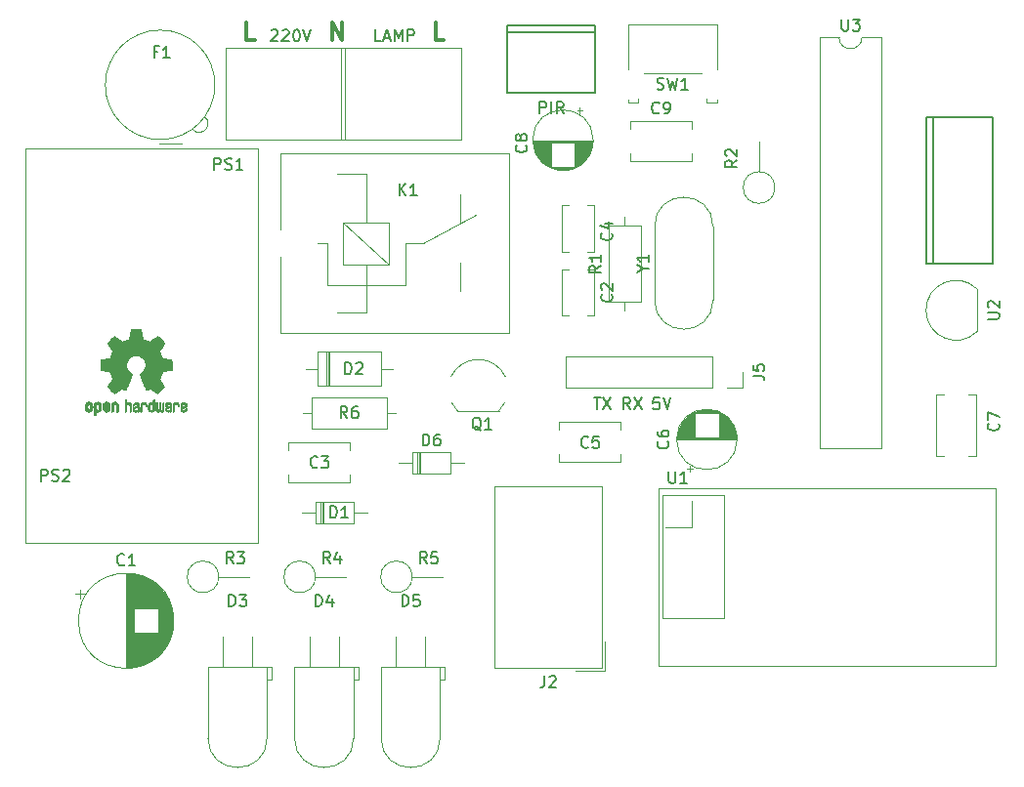
<source format=gbr>
G04 #@! TF.GenerationSoftware,KiCad,Pcbnew,6.0.0-rc1-unknown-4b7ef22~84~ubuntu18.04.1*
G04 #@! TF.CreationDate,2019-01-03T12:38:09+01:00
G04 #@! TF.ProjectId,atmega328,61746d65-6761-4333-9238-2e6b69636164,1*
G04 #@! TF.SameCoordinates,Original*
G04 #@! TF.FileFunction,Legend,Top*
G04 #@! TF.FilePolarity,Positive*
%FSLAX46Y46*%
G04 Gerber Fmt 4.6, Leading zero omitted, Abs format (unit mm)*
G04 Created by KiCad (PCBNEW 6.0.0-rc1-unknown-4b7ef22~84~ubuntu18.04.1) date czw, 3 sty 2019, 12:38:09*
%MOMM*%
%LPD*%
G04 APERTURE LIST*
%ADD10C,0.150000*%
%ADD11C,0.300000*%
%ADD12C,0.120000*%
%ADD13C,0.010000*%
G04 APERTURE END LIST*
D10*
X159344523Y-99222380D02*
X158868333Y-99222380D01*
X158820714Y-99698571D01*
X158868333Y-99650952D01*
X158963571Y-99603333D01*
X159201666Y-99603333D01*
X159296904Y-99650952D01*
X159344523Y-99698571D01*
X159392142Y-99793809D01*
X159392142Y-100031904D01*
X159344523Y-100127142D01*
X159296904Y-100174761D01*
X159201666Y-100222380D01*
X158963571Y-100222380D01*
X158868333Y-100174761D01*
X158820714Y-100127142D01*
X159677857Y-99222380D02*
X160011190Y-100222380D01*
X160344523Y-99222380D01*
X156828333Y-100222380D02*
X156495000Y-99746190D01*
X156256904Y-100222380D02*
X156256904Y-99222380D01*
X156637857Y-99222380D01*
X156733095Y-99270000D01*
X156780714Y-99317619D01*
X156828333Y-99412857D01*
X156828333Y-99555714D01*
X156780714Y-99650952D01*
X156733095Y-99698571D01*
X156637857Y-99746190D01*
X156256904Y-99746190D01*
X157161666Y-99222380D02*
X157828333Y-100222380D01*
X157828333Y-99222380D02*
X157161666Y-100222380D01*
X153693095Y-99222380D02*
X154264523Y-99222380D01*
X153978809Y-100222380D02*
X153978809Y-99222380D01*
X154502619Y-99222380D02*
X155169285Y-100222380D01*
X155169285Y-99222380D02*
X154502619Y-100222380D01*
D11*
X140695285Y-68190571D02*
X139981000Y-68190571D01*
X139981000Y-66690571D01*
X131039428Y-68190571D02*
X131039428Y-66690571D01*
X131896571Y-68190571D01*
X131896571Y-66690571D01*
X124312285Y-68190571D02*
X123598000Y-68190571D01*
X123598000Y-66690571D01*
D12*
X150682000Y-102017000D02*
X150682000Y-101351000D01*
X150682000Y-104793000D02*
X150682000Y-104127000D01*
X156022000Y-102017000D02*
X156022000Y-101351000D01*
X156022000Y-104793000D02*
X156022000Y-104127000D01*
X156022000Y-101351000D02*
X150682000Y-101351000D01*
X156022000Y-104793000D02*
X150682000Y-104793000D01*
X166580000Y-97000000D02*
X166580000Y-98330000D01*
X166580000Y-98330000D02*
X165250000Y-98330000D01*
X163980000Y-98330000D02*
X151220000Y-98330000D01*
X151220000Y-95670000D02*
X151220000Y-98330000D01*
X163980000Y-95670000D02*
X151220000Y-95670000D01*
X163980000Y-95670000D02*
X163980000Y-98330000D01*
X164001000Y-84360000D02*
G75*
G03X158951000Y-84360000I-2525000J0D01*
G01*
X164001000Y-90760000D02*
G75*
G02X158951000Y-90760000I-2525000J0D01*
G01*
X164001000Y-90760000D02*
X164001000Y-84360000D01*
X158951000Y-90760000D02*
X158951000Y-84360000D01*
X152725000Y-74335225D02*
X152225000Y-74335225D01*
X152475000Y-74085225D02*
X152475000Y-74585225D01*
X151284000Y-79491000D02*
X150716000Y-79491000D01*
X151518000Y-79451000D02*
X150482000Y-79451000D01*
X151677000Y-79411000D02*
X150323000Y-79411000D01*
X151805000Y-79371000D02*
X150195000Y-79371000D01*
X151915000Y-79331000D02*
X150085000Y-79331000D01*
X152011000Y-79291000D02*
X149989000Y-79291000D01*
X152098000Y-79251000D02*
X149902000Y-79251000D01*
X152178000Y-79211000D02*
X149822000Y-79211000D01*
X149960000Y-79171000D02*
X149749000Y-79171000D01*
X152251000Y-79171000D02*
X152040000Y-79171000D01*
X149960000Y-79131000D02*
X149681000Y-79131000D01*
X152319000Y-79131000D02*
X152040000Y-79131000D01*
X149960000Y-79091000D02*
X149617000Y-79091000D01*
X152383000Y-79091000D02*
X152040000Y-79091000D01*
X149960000Y-79051000D02*
X149557000Y-79051000D01*
X152443000Y-79051000D02*
X152040000Y-79051000D01*
X149960000Y-79011000D02*
X149500000Y-79011000D01*
X152500000Y-79011000D02*
X152040000Y-79011000D01*
X149960000Y-78971000D02*
X149446000Y-78971000D01*
X152554000Y-78971000D02*
X152040000Y-78971000D01*
X149960000Y-78931000D02*
X149395000Y-78931000D01*
X152605000Y-78931000D02*
X152040000Y-78931000D01*
X149960000Y-78891000D02*
X149347000Y-78891000D01*
X152653000Y-78891000D02*
X152040000Y-78891000D01*
X149960000Y-78851000D02*
X149301000Y-78851000D01*
X152699000Y-78851000D02*
X152040000Y-78851000D01*
X149960000Y-78811000D02*
X149257000Y-78811000D01*
X152743000Y-78811000D02*
X152040000Y-78811000D01*
X149960000Y-78771000D02*
X149215000Y-78771000D01*
X152785000Y-78771000D02*
X152040000Y-78771000D01*
X149960000Y-78731000D02*
X149174000Y-78731000D01*
X152826000Y-78731000D02*
X152040000Y-78731000D01*
X149960000Y-78691000D02*
X149136000Y-78691000D01*
X152864000Y-78691000D02*
X152040000Y-78691000D01*
X149960000Y-78651000D02*
X149099000Y-78651000D01*
X152901000Y-78651000D02*
X152040000Y-78651000D01*
X149960000Y-78611000D02*
X149063000Y-78611000D01*
X152937000Y-78611000D02*
X152040000Y-78611000D01*
X149960000Y-78571000D02*
X149029000Y-78571000D01*
X152971000Y-78571000D02*
X152040000Y-78571000D01*
X149960000Y-78531000D02*
X148996000Y-78531000D01*
X153004000Y-78531000D02*
X152040000Y-78531000D01*
X149960000Y-78491000D02*
X148965000Y-78491000D01*
X153035000Y-78491000D02*
X152040000Y-78491000D01*
X149960000Y-78451000D02*
X148935000Y-78451000D01*
X153065000Y-78451000D02*
X152040000Y-78451000D01*
X149960000Y-78411000D02*
X148905000Y-78411000D01*
X153095000Y-78411000D02*
X152040000Y-78411000D01*
X149960000Y-78371000D02*
X148878000Y-78371000D01*
X153122000Y-78371000D02*
X152040000Y-78371000D01*
X149960000Y-78331000D02*
X148851000Y-78331000D01*
X153149000Y-78331000D02*
X152040000Y-78331000D01*
X149960000Y-78291000D02*
X148825000Y-78291000D01*
X153175000Y-78291000D02*
X152040000Y-78291000D01*
X149960000Y-78251000D02*
X148800000Y-78251000D01*
X153200000Y-78251000D02*
X152040000Y-78251000D01*
X149960000Y-78211000D02*
X148776000Y-78211000D01*
X153224000Y-78211000D02*
X152040000Y-78211000D01*
X149960000Y-78171000D02*
X148753000Y-78171000D01*
X153247000Y-78171000D02*
X152040000Y-78171000D01*
X149960000Y-78131000D02*
X148732000Y-78131000D01*
X153268000Y-78131000D02*
X152040000Y-78131000D01*
X149960000Y-78091000D02*
X148710000Y-78091000D01*
X153290000Y-78091000D02*
X152040000Y-78091000D01*
X149960000Y-78051000D02*
X148690000Y-78051000D01*
X153310000Y-78051000D02*
X152040000Y-78051000D01*
X149960000Y-78011000D02*
X148671000Y-78011000D01*
X153329000Y-78011000D02*
X152040000Y-78011000D01*
X149960000Y-77971000D02*
X148652000Y-77971000D01*
X153348000Y-77971000D02*
X152040000Y-77971000D01*
X149960000Y-77931000D02*
X148635000Y-77931000D01*
X153365000Y-77931000D02*
X152040000Y-77931000D01*
X149960000Y-77891000D02*
X148618000Y-77891000D01*
X153382000Y-77891000D02*
X152040000Y-77891000D01*
X149960000Y-77851000D02*
X148602000Y-77851000D01*
X153398000Y-77851000D02*
X152040000Y-77851000D01*
X149960000Y-77811000D02*
X148586000Y-77811000D01*
X153414000Y-77811000D02*
X152040000Y-77811000D01*
X149960000Y-77771000D02*
X148572000Y-77771000D01*
X153428000Y-77771000D02*
X152040000Y-77771000D01*
X149960000Y-77731000D02*
X148558000Y-77731000D01*
X153442000Y-77731000D02*
X152040000Y-77731000D01*
X149960000Y-77691000D02*
X148545000Y-77691000D01*
X153455000Y-77691000D02*
X152040000Y-77691000D01*
X149960000Y-77651000D02*
X148532000Y-77651000D01*
X153468000Y-77651000D02*
X152040000Y-77651000D01*
X149960000Y-77611000D02*
X148520000Y-77611000D01*
X153480000Y-77611000D02*
X152040000Y-77611000D01*
X149960000Y-77570000D02*
X148509000Y-77570000D01*
X153491000Y-77570000D02*
X152040000Y-77570000D01*
X149960000Y-77530000D02*
X148499000Y-77530000D01*
X153501000Y-77530000D02*
X152040000Y-77530000D01*
X149960000Y-77490000D02*
X148489000Y-77490000D01*
X153511000Y-77490000D02*
X152040000Y-77490000D01*
X149960000Y-77450000D02*
X148480000Y-77450000D01*
X153520000Y-77450000D02*
X152040000Y-77450000D01*
X149960000Y-77410000D02*
X148472000Y-77410000D01*
X153528000Y-77410000D02*
X152040000Y-77410000D01*
X149960000Y-77370000D02*
X148464000Y-77370000D01*
X153536000Y-77370000D02*
X152040000Y-77370000D01*
X149960000Y-77330000D02*
X148457000Y-77330000D01*
X153543000Y-77330000D02*
X152040000Y-77330000D01*
X149960000Y-77290000D02*
X148450000Y-77290000D01*
X153550000Y-77290000D02*
X152040000Y-77290000D01*
X149960000Y-77250000D02*
X148444000Y-77250000D01*
X153556000Y-77250000D02*
X152040000Y-77250000D01*
X149960000Y-77210000D02*
X148439000Y-77210000D01*
X153561000Y-77210000D02*
X152040000Y-77210000D01*
X149960000Y-77170000D02*
X148435000Y-77170000D01*
X153565000Y-77170000D02*
X152040000Y-77170000D01*
X149960000Y-77130000D02*
X148431000Y-77130000D01*
X153569000Y-77130000D02*
X152040000Y-77130000D01*
X153573000Y-77090000D02*
X148427000Y-77090000D01*
X153576000Y-77050000D02*
X148424000Y-77050000D01*
X153578000Y-77010000D02*
X148422000Y-77010000D01*
X153579000Y-76970000D02*
X148421000Y-76970000D01*
X153580000Y-76930000D02*
X148420000Y-76930000D01*
X153580000Y-76890000D02*
X148420000Y-76890000D01*
X153620000Y-76890000D02*
G75*
G03X153620000Y-76890000I-2620000J0D01*
G01*
X162170000Y-78055000D02*
X162170000Y-78721000D01*
X162170000Y-75279000D02*
X162170000Y-75945000D01*
X156830000Y-78055000D02*
X156830000Y-78721000D01*
X156830000Y-75279000D02*
X156830000Y-75945000D01*
X156830000Y-78721000D02*
X162170000Y-78721000D01*
X156830000Y-75279000D02*
X162170000Y-75279000D01*
X186117000Y-98918000D02*
X186783000Y-98918000D01*
X183341000Y-98918000D02*
X184007000Y-98918000D01*
X186117000Y-104258000D02*
X186783000Y-104258000D01*
X183341000Y-104258000D02*
X184007000Y-104258000D01*
X186783000Y-104258000D02*
X186783000Y-98918000D01*
X183341000Y-104258000D02*
X183341000Y-98918000D01*
X161747000Y-105392775D02*
X162247000Y-105392775D01*
X161997000Y-105642775D02*
X161997000Y-105142775D01*
X163188000Y-100237000D02*
X163756000Y-100237000D01*
X162954000Y-100277000D02*
X163990000Y-100277000D01*
X162795000Y-100317000D02*
X164149000Y-100317000D01*
X162667000Y-100357000D02*
X164277000Y-100357000D01*
X162557000Y-100397000D02*
X164387000Y-100397000D01*
X162461000Y-100437000D02*
X164483000Y-100437000D01*
X162374000Y-100477000D02*
X164570000Y-100477000D01*
X162294000Y-100517000D02*
X164650000Y-100517000D01*
X164512000Y-100557000D02*
X164723000Y-100557000D01*
X162221000Y-100557000D02*
X162432000Y-100557000D01*
X164512000Y-100597000D02*
X164791000Y-100597000D01*
X162153000Y-100597000D02*
X162432000Y-100597000D01*
X164512000Y-100637000D02*
X164855000Y-100637000D01*
X162089000Y-100637000D02*
X162432000Y-100637000D01*
X164512000Y-100677000D02*
X164915000Y-100677000D01*
X162029000Y-100677000D02*
X162432000Y-100677000D01*
X164512000Y-100717000D02*
X164972000Y-100717000D01*
X161972000Y-100717000D02*
X162432000Y-100717000D01*
X164512000Y-100757000D02*
X165026000Y-100757000D01*
X161918000Y-100757000D02*
X162432000Y-100757000D01*
X164512000Y-100797000D02*
X165077000Y-100797000D01*
X161867000Y-100797000D02*
X162432000Y-100797000D01*
X164512000Y-100837000D02*
X165125000Y-100837000D01*
X161819000Y-100837000D02*
X162432000Y-100837000D01*
X164512000Y-100877000D02*
X165171000Y-100877000D01*
X161773000Y-100877000D02*
X162432000Y-100877000D01*
X164512000Y-100917000D02*
X165215000Y-100917000D01*
X161729000Y-100917000D02*
X162432000Y-100917000D01*
X164512000Y-100957000D02*
X165257000Y-100957000D01*
X161687000Y-100957000D02*
X162432000Y-100957000D01*
X164512000Y-100997000D02*
X165298000Y-100997000D01*
X161646000Y-100997000D02*
X162432000Y-100997000D01*
X164512000Y-101037000D02*
X165336000Y-101037000D01*
X161608000Y-101037000D02*
X162432000Y-101037000D01*
X164512000Y-101077000D02*
X165373000Y-101077000D01*
X161571000Y-101077000D02*
X162432000Y-101077000D01*
X164512000Y-101117000D02*
X165409000Y-101117000D01*
X161535000Y-101117000D02*
X162432000Y-101117000D01*
X164512000Y-101157000D02*
X165443000Y-101157000D01*
X161501000Y-101157000D02*
X162432000Y-101157000D01*
X164512000Y-101197000D02*
X165476000Y-101197000D01*
X161468000Y-101197000D02*
X162432000Y-101197000D01*
X164512000Y-101237000D02*
X165507000Y-101237000D01*
X161437000Y-101237000D02*
X162432000Y-101237000D01*
X164512000Y-101277000D02*
X165537000Y-101277000D01*
X161407000Y-101277000D02*
X162432000Y-101277000D01*
X164512000Y-101317000D02*
X165567000Y-101317000D01*
X161377000Y-101317000D02*
X162432000Y-101317000D01*
X164512000Y-101357000D02*
X165594000Y-101357000D01*
X161350000Y-101357000D02*
X162432000Y-101357000D01*
X164512000Y-101397000D02*
X165621000Y-101397000D01*
X161323000Y-101397000D02*
X162432000Y-101397000D01*
X164512000Y-101437000D02*
X165647000Y-101437000D01*
X161297000Y-101437000D02*
X162432000Y-101437000D01*
X164512000Y-101477000D02*
X165672000Y-101477000D01*
X161272000Y-101477000D02*
X162432000Y-101477000D01*
X164512000Y-101517000D02*
X165696000Y-101517000D01*
X161248000Y-101517000D02*
X162432000Y-101517000D01*
X164512000Y-101557000D02*
X165719000Y-101557000D01*
X161225000Y-101557000D02*
X162432000Y-101557000D01*
X164512000Y-101597000D02*
X165740000Y-101597000D01*
X161204000Y-101597000D02*
X162432000Y-101597000D01*
X164512000Y-101637000D02*
X165762000Y-101637000D01*
X161182000Y-101637000D02*
X162432000Y-101637000D01*
X164512000Y-101677000D02*
X165782000Y-101677000D01*
X161162000Y-101677000D02*
X162432000Y-101677000D01*
X164512000Y-101717000D02*
X165801000Y-101717000D01*
X161143000Y-101717000D02*
X162432000Y-101717000D01*
X164512000Y-101757000D02*
X165820000Y-101757000D01*
X161124000Y-101757000D02*
X162432000Y-101757000D01*
X164512000Y-101797000D02*
X165837000Y-101797000D01*
X161107000Y-101797000D02*
X162432000Y-101797000D01*
X164512000Y-101837000D02*
X165854000Y-101837000D01*
X161090000Y-101837000D02*
X162432000Y-101837000D01*
X164512000Y-101877000D02*
X165870000Y-101877000D01*
X161074000Y-101877000D02*
X162432000Y-101877000D01*
X164512000Y-101917000D02*
X165886000Y-101917000D01*
X161058000Y-101917000D02*
X162432000Y-101917000D01*
X164512000Y-101957000D02*
X165900000Y-101957000D01*
X161044000Y-101957000D02*
X162432000Y-101957000D01*
X164512000Y-101997000D02*
X165914000Y-101997000D01*
X161030000Y-101997000D02*
X162432000Y-101997000D01*
X164512000Y-102037000D02*
X165927000Y-102037000D01*
X161017000Y-102037000D02*
X162432000Y-102037000D01*
X164512000Y-102077000D02*
X165940000Y-102077000D01*
X161004000Y-102077000D02*
X162432000Y-102077000D01*
X164512000Y-102117000D02*
X165952000Y-102117000D01*
X160992000Y-102117000D02*
X162432000Y-102117000D01*
X164512000Y-102158000D02*
X165963000Y-102158000D01*
X160981000Y-102158000D02*
X162432000Y-102158000D01*
X164512000Y-102198000D02*
X165973000Y-102198000D01*
X160971000Y-102198000D02*
X162432000Y-102198000D01*
X164512000Y-102238000D02*
X165983000Y-102238000D01*
X160961000Y-102238000D02*
X162432000Y-102238000D01*
X164512000Y-102278000D02*
X165992000Y-102278000D01*
X160952000Y-102278000D02*
X162432000Y-102278000D01*
X164512000Y-102318000D02*
X166000000Y-102318000D01*
X160944000Y-102318000D02*
X162432000Y-102318000D01*
X164512000Y-102358000D02*
X166008000Y-102358000D01*
X160936000Y-102358000D02*
X162432000Y-102358000D01*
X164512000Y-102398000D02*
X166015000Y-102398000D01*
X160929000Y-102398000D02*
X162432000Y-102398000D01*
X164512000Y-102438000D02*
X166022000Y-102438000D01*
X160922000Y-102438000D02*
X162432000Y-102438000D01*
X164512000Y-102478000D02*
X166028000Y-102478000D01*
X160916000Y-102478000D02*
X162432000Y-102478000D01*
X164512000Y-102518000D02*
X166033000Y-102518000D01*
X160911000Y-102518000D02*
X162432000Y-102518000D01*
X164512000Y-102558000D02*
X166037000Y-102558000D01*
X160907000Y-102558000D02*
X162432000Y-102558000D01*
X164512000Y-102598000D02*
X166041000Y-102598000D01*
X160903000Y-102598000D02*
X162432000Y-102598000D01*
X160899000Y-102638000D02*
X166045000Y-102638000D01*
X160896000Y-102678000D02*
X166048000Y-102678000D01*
X160894000Y-102718000D02*
X166050000Y-102718000D01*
X160893000Y-102758000D02*
X166051000Y-102758000D01*
X160892000Y-102798000D02*
X166052000Y-102798000D01*
X160892000Y-102838000D02*
X166052000Y-102838000D01*
X166092000Y-102838000D02*
G75*
G03X166092000Y-102838000I-2620000J0D01*
G01*
X132574000Y-105905000D02*
X132574000Y-106571000D01*
X132574000Y-103129000D02*
X132574000Y-103795000D01*
X127234000Y-105905000D02*
X127234000Y-106571000D01*
X127234000Y-103129000D02*
X127234000Y-103795000D01*
X127234000Y-106571000D02*
X132574000Y-106571000D01*
X127234000Y-103129000D02*
X132574000Y-103129000D01*
X109142302Y-115851000D02*
X109142302Y-116651000D01*
X108742302Y-116251000D02*
X109542302Y-116251000D01*
X117233000Y-118033000D02*
X117233000Y-119099000D01*
X117193000Y-117798000D02*
X117193000Y-119334000D01*
X117153000Y-117618000D02*
X117153000Y-119514000D01*
X117113000Y-117468000D02*
X117113000Y-119664000D01*
X117073000Y-117337000D02*
X117073000Y-119795000D01*
X117033000Y-117220000D02*
X117033000Y-119912000D01*
X116993000Y-117113000D02*
X116993000Y-120019000D01*
X116953000Y-117014000D02*
X116953000Y-120118000D01*
X116913000Y-116921000D02*
X116913000Y-120211000D01*
X116873000Y-116835000D02*
X116873000Y-120297000D01*
X116833000Y-116753000D02*
X116833000Y-120379000D01*
X116793000Y-116676000D02*
X116793000Y-120456000D01*
X116753000Y-116602000D02*
X116753000Y-120530000D01*
X116713000Y-116532000D02*
X116713000Y-120600000D01*
X116673000Y-116464000D02*
X116673000Y-120668000D01*
X116633000Y-116400000D02*
X116633000Y-120732000D01*
X116593000Y-116338000D02*
X116593000Y-120794000D01*
X116553000Y-116279000D02*
X116553000Y-120853000D01*
X116513000Y-116221000D02*
X116513000Y-120911000D01*
X116473000Y-116166000D02*
X116473000Y-120966000D01*
X116433000Y-116112000D02*
X116433000Y-121020000D01*
X116393000Y-116061000D02*
X116393000Y-121071000D01*
X116353000Y-116010000D02*
X116353000Y-121122000D01*
X116313000Y-115962000D02*
X116313000Y-121170000D01*
X116273000Y-115915000D02*
X116273000Y-121217000D01*
X116233000Y-115869000D02*
X116233000Y-121263000D01*
X116193000Y-115825000D02*
X116193000Y-121307000D01*
X116153000Y-115782000D02*
X116153000Y-121350000D01*
X116113000Y-115740000D02*
X116113000Y-121392000D01*
X116073000Y-115699000D02*
X116073000Y-121433000D01*
X116033000Y-115659000D02*
X116033000Y-121473000D01*
X115993000Y-115621000D02*
X115993000Y-121511000D01*
X115953000Y-115583000D02*
X115953000Y-121549000D01*
X115913000Y-119606000D02*
X115913000Y-121585000D01*
X115913000Y-115547000D02*
X115913000Y-117526000D01*
X115873000Y-119606000D02*
X115873000Y-121621000D01*
X115873000Y-115511000D02*
X115873000Y-117526000D01*
X115833000Y-119606000D02*
X115833000Y-121656000D01*
X115833000Y-115476000D02*
X115833000Y-117526000D01*
X115793000Y-119606000D02*
X115793000Y-121690000D01*
X115793000Y-115442000D02*
X115793000Y-117526000D01*
X115753000Y-119606000D02*
X115753000Y-121722000D01*
X115753000Y-115410000D02*
X115753000Y-117526000D01*
X115713000Y-119606000D02*
X115713000Y-121755000D01*
X115713000Y-115377000D02*
X115713000Y-117526000D01*
X115673000Y-119606000D02*
X115673000Y-121786000D01*
X115673000Y-115346000D02*
X115673000Y-117526000D01*
X115633000Y-119606000D02*
X115633000Y-121816000D01*
X115633000Y-115316000D02*
X115633000Y-117526000D01*
X115593000Y-119606000D02*
X115593000Y-121846000D01*
X115593000Y-115286000D02*
X115593000Y-117526000D01*
X115553000Y-119606000D02*
X115553000Y-121875000D01*
X115553000Y-115257000D02*
X115553000Y-117526000D01*
X115513000Y-119606000D02*
X115513000Y-121904000D01*
X115513000Y-115228000D02*
X115513000Y-117526000D01*
X115473000Y-119606000D02*
X115473000Y-121931000D01*
X115473000Y-115201000D02*
X115473000Y-117526000D01*
X115433000Y-119606000D02*
X115433000Y-121958000D01*
X115433000Y-115174000D02*
X115433000Y-117526000D01*
X115393000Y-119606000D02*
X115393000Y-121984000D01*
X115393000Y-115148000D02*
X115393000Y-117526000D01*
X115353000Y-119606000D02*
X115353000Y-122010000D01*
X115353000Y-115122000D02*
X115353000Y-117526000D01*
X115313000Y-119606000D02*
X115313000Y-122035000D01*
X115313000Y-115097000D02*
X115313000Y-117526000D01*
X115273000Y-119606000D02*
X115273000Y-122059000D01*
X115273000Y-115073000D02*
X115273000Y-117526000D01*
X115233000Y-119606000D02*
X115233000Y-122083000D01*
X115233000Y-115049000D02*
X115233000Y-117526000D01*
X115193000Y-119606000D02*
X115193000Y-122106000D01*
X115193000Y-115026000D02*
X115193000Y-117526000D01*
X115153000Y-119606000D02*
X115153000Y-122128000D01*
X115153000Y-115004000D02*
X115153000Y-117526000D01*
X115113000Y-119606000D02*
X115113000Y-122150000D01*
X115113000Y-114982000D02*
X115113000Y-117526000D01*
X115073000Y-119606000D02*
X115073000Y-122172000D01*
X115073000Y-114960000D02*
X115073000Y-117526000D01*
X115033000Y-119606000D02*
X115033000Y-122193000D01*
X115033000Y-114939000D02*
X115033000Y-117526000D01*
X114993000Y-119606000D02*
X114993000Y-122213000D01*
X114993000Y-114919000D02*
X114993000Y-117526000D01*
X114953000Y-119606000D02*
X114953000Y-122232000D01*
X114953000Y-114900000D02*
X114953000Y-117526000D01*
X114913000Y-119606000D02*
X114913000Y-122252000D01*
X114913000Y-114880000D02*
X114913000Y-117526000D01*
X114873000Y-119606000D02*
X114873000Y-122270000D01*
X114873000Y-114862000D02*
X114873000Y-117526000D01*
X114833000Y-119606000D02*
X114833000Y-122288000D01*
X114833000Y-114844000D02*
X114833000Y-117526000D01*
X114793000Y-119606000D02*
X114793000Y-122306000D01*
X114793000Y-114826000D02*
X114793000Y-117526000D01*
X114753000Y-119606000D02*
X114753000Y-122323000D01*
X114753000Y-114809000D02*
X114753000Y-117526000D01*
X114713000Y-119606000D02*
X114713000Y-122340000D01*
X114713000Y-114792000D02*
X114713000Y-117526000D01*
X114673000Y-119606000D02*
X114673000Y-122356000D01*
X114673000Y-114776000D02*
X114673000Y-117526000D01*
X114633000Y-119606000D02*
X114633000Y-122371000D01*
X114633000Y-114761000D02*
X114633000Y-117526000D01*
X114593000Y-119606000D02*
X114593000Y-122387000D01*
X114593000Y-114745000D02*
X114593000Y-117526000D01*
X114553000Y-119606000D02*
X114553000Y-122401000D01*
X114553000Y-114731000D02*
X114553000Y-117526000D01*
X114513000Y-119606000D02*
X114513000Y-122416000D01*
X114513000Y-114716000D02*
X114513000Y-117526000D01*
X114473000Y-119606000D02*
X114473000Y-122429000D01*
X114473000Y-114703000D02*
X114473000Y-117526000D01*
X114433000Y-119606000D02*
X114433000Y-122443000D01*
X114433000Y-114689000D02*
X114433000Y-117526000D01*
X114393000Y-119606000D02*
X114393000Y-122455000D01*
X114393000Y-114677000D02*
X114393000Y-117526000D01*
X114353000Y-119606000D02*
X114353000Y-122468000D01*
X114353000Y-114664000D02*
X114353000Y-117526000D01*
X114313000Y-119606000D02*
X114313000Y-122480000D01*
X114313000Y-114652000D02*
X114313000Y-117526000D01*
X114273000Y-119606000D02*
X114273000Y-122491000D01*
X114273000Y-114641000D02*
X114273000Y-117526000D01*
X114233000Y-119606000D02*
X114233000Y-122502000D01*
X114233000Y-114630000D02*
X114233000Y-117526000D01*
X114193000Y-119606000D02*
X114193000Y-122513000D01*
X114193000Y-114619000D02*
X114193000Y-117526000D01*
X114153000Y-119606000D02*
X114153000Y-122523000D01*
X114153000Y-114609000D02*
X114153000Y-117526000D01*
X114113000Y-119606000D02*
X114113000Y-122533000D01*
X114113000Y-114599000D02*
X114113000Y-117526000D01*
X114073000Y-119606000D02*
X114073000Y-122542000D01*
X114073000Y-114590000D02*
X114073000Y-117526000D01*
X114033000Y-119606000D02*
X114033000Y-122551000D01*
X114033000Y-114581000D02*
X114033000Y-117526000D01*
X113993000Y-119606000D02*
X113993000Y-122560000D01*
X113993000Y-114572000D02*
X113993000Y-117526000D01*
X113953000Y-119606000D02*
X113953000Y-122568000D01*
X113953000Y-114564000D02*
X113953000Y-117526000D01*
X113913000Y-119606000D02*
X113913000Y-122576000D01*
X113913000Y-114556000D02*
X113913000Y-117526000D01*
X113873000Y-119606000D02*
X113873000Y-122583000D01*
X113873000Y-114549000D02*
X113873000Y-117526000D01*
X113832000Y-114542000D02*
X113832000Y-122590000D01*
X113792000Y-114536000D02*
X113792000Y-122596000D01*
X113752000Y-114529000D02*
X113752000Y-122603000D01*
X113712000Y-114524000D02*
X113712000Y-122608000D01*
X113672000Y-114518000D02*
X113672000Y-122614000D01*
X113632000Y-114514000D02*
X113632000Y-122618000D01*
X113592000Y-114509000D02*
X113592000Y-122623000D01*
X113552000Y-114505000D02*
X113552000Y-122627000D01*
X113512000Y-114501000D02*
X113512000Y-122631000D01*
X113472000Y-114498000D02*
X113472000Y-122634000D01*
X113432000Y-114495000D02*
X113432000Y-122637000D01*
X113392000Y-114492000D02*
X113392000Y-122640000D01*
X113352000Y-114490000D02*
X113352000Y-122642000D01*
X113312000Y-114489000D02*
X113312000Y-122643000D01*
X113272000Y-114487000D02*
X113272000Y-122645000D01*
X113232000Y-114486000D02*
X113232000Y-122646000D01*
X113192000Y-114486000D02*
X113192000Y-122646000D01*
X113152000Y-114486000D02*
X113152000Y-122646000D01*
X117272000Y-118566000D02*
G75*
G03X117272000Y-118566000I-4120000J0D01*
G01*
X186900478Y-89803522D02*
G75*
G03X182462000Y-91642000I-1838478J-1838478D01*
G01*
X186900478Y-93480478D02*
G75*
G02X182462000Y-91642000I-1838478J1838478D01*
G01*
X186912000Y-93442000D02*
X186912000Y-89842000D01*
X118000000Y-77210000D02*
X115990000Y-77210000D01*
X124600000Y-111800000D02*
X124600000Y-77600000D01*
X104400000Y-111800000D02*
X124600000Y-111800000D01*
X104400000Y-77600000D02*
X104400000Y-111800000D01*
X124600000Y-77600000D02*
X104400000Y-77600000D01*
X145984184Y-99622795D02*
G75*
G02X145460000Y-100350000I-2324184J1122795D01*
G01*
X146016400Y-97401193D02*
G75*
G03X143660000Y-95900000I-2356400J-1098807D01*
G01*
X141303600Y-97401193D02*
G75*
G02X143660000Y-95900000I2356400J-1098807D01*
G01*
X141335816Y-99622795D02*
G75*
G03X141860000Y-100350000I2324184J1122795D01*
G01*
X141860000Y-100350000D02*
X145460000Y-100350000D01*
X142150000Y-68850000D02*
X142150000Y-76850000D01*
X131750000Y-68850000D02*
X142150000Y-68850000D01*
X131750000Y-76850000D02*
X131750000Y-68850000D01*
X142150000Y-76850000D02*
X131750000Y-76850000D01*
X132150000Y-68850000D02*
X132150000Y-76850000D01*
X121750000Y-68850000D02*
X132150000Y-68850000D01*
X121750000Y-76850000D02*
X121750000Y-68850000D01*
X132150000Y-76850000D02*
X121750000Y-76850000D01*
X156630000Y-73364000D02*
X156630000Y-73664000D01*
X157520000Y-73664000D02*
X157520000Y-73314000D01*
X157520000Y-73664000D02*
X156630000Y-73664000D01*
X158010000Y-71114000D02*
X162990000Y-71114000D01*
X156630000Y-66874000D02*
X156630000Y-70724000D01*
X164370000Y-66874000D02*
X156630000Y-66874000D01*
X164370000Y-70724000D02*
X164370000Y-66874000D01*
X164370000Y-73364000D02*
X164370000Y-73664000D01*
X164370000Y-73664000D02*
X163480000Y-73664000D01*
X163480000Y-73664000D02*
X163480000Y-73314000D01*
X154655000Y-122896000D02*
X152115000Y-122896000D01*
X154655000Y-122896000D02*
X154655000Y-120356000D01*
X154405000Y-122646000D02*
X145055000Y-122646000D01*
X154405000Y-106866000D02*
X154405000Y-122646000D01*
X145055000Y-106866000D02*
X154405000Y-106866000D01*
X145055000Y-122646000D02*
X145055000Y-106866000D01*
X137950000Y-114756000D02*
X140560000Y-114756000D01*
X137950000Y-114756000D02*
G75*
G03X137950000Y-114756000I-1370000J0D01*
G01*
X129568000Y-114756000D02*
X132178000Y-114756000D01*
X129568000Y-114756000D02*
G75*
G03X129568000Y-114756000I-1370000J0D01*
G01*
X121186000Y-114756000D02*
X123796000Y-114756000D01*
X121186000Y-114756000D02*
G75*
G03X121186000Y-114756000I-1370000J0D01*
G01*
X139077000Y-119905000D02*
X139077000Y-119905000D01*
X139077000Y-122575000D02*
X139077000Y-119905000D01*
X139077000Y-122575000D02*
X139077000Y-122575000D01*
X139077000Y-119905000D02*
X139077000Y-122575000D01*
X136537000Y-119905000D02*
X136537000Y-119905000D01*
X136537000Y-122575000D02*
X136537000Y-119905000D01*
X136537000Y-122575000D02*
X136537000Y-122575000D01*
X136537000Y-119905000D02*
X136537000Y-122575000D01*
X140367000Y-122575000D02*
X140767000Y-122575000D01*
X140367000Y-123695000D02*
X140367000Y-122575000D01*
X140767000Y-123695000D02*
X140367000Y-123695000D01*
X140767000Y-122575000D02*
X140767000Y-123695000D01*
X135247000Y-122575000D02*
X140367000Y-122575000D01*
X140367000Y-122575000D02*
X140367000Y-128735000D01*
X135247000Y-122575000D02*
X135247000Y-128735000D01*
X140367000Y-128735000D02*
G75*
G02X135247000Y-128735000I-2560000J0D01*
G01*
X131577000Y-119905000D02*
X131577000Y-119905000D01*
X131577000Y-122575000D02*
X131577000Y-119905000D01*
X131577000Y-122575000D02*
X131577000Y-122575000D01*
X131577000Y-119905000D02*
X131577000Y-122575000D01*
X129037000Y-119905000D02*
X129037000Y-119905000D01*
X129037000Y-122575000D02*
X129037000Y-119905000D01*
X129037000Y-122575000D02*
X129037000Y-122575000D01*
X129037000Y-119905000D02*
X129037000Y-122575000D01*
X132867000Y-122575000D02*
X133267000Y-122575000D01*
X132867000Y-123695000D02*
X132867000Y-122575000D01*
X133267000Y-123695000D02*
X132867000Y-123695000D01*
X133267000Y-122575000D02*
X133267000Y-123695000D01*
X127747000Y-122575000D02*
X132867000Y-122575000D01*
X132867000Y-122575000D02*
X132867000Y-128735000D01*
X127747000Y-122575000D02*
X127747000Y-128735000D01*
X132867000Y-128735000D02*
G75*
G02X127747000Y-128735000I-2560000J0D01*
G01*
X124077000Y-119905000D02*
X124077000Y-119905000D01*
X124077000Y-122575000D02*
X124077000Y-119905000D01*
X124077000Y-122575000D02*
X124077000Y-122575000D01*
X124077000Y-119905000D02*
X124077000Y-122575000D01*
X121537000Y-119905000D02*
X121537000Y-119905000D01*
X121537000Y-122575000D02*
X121537000Y-119905000D01*
X121537000Y-122575000D02*
X121537000Y-122575000D01*
X121537000Y-119905000D02*
X121537000Y-122575000D01*
X125367000Y-122575000D02*
X125767000Y-122575000D01*
X125367000Y-123695000D02*
X125367000Y-122575000D01*
X125767000Y-123695000D02*
X125367000Y-123695000D01*
X125767000Y-122575000D02*
X125767000Y-123695000D01*
X120247000Y-122575000D02*
X125367000Y-122575000D01*
X125367000Y-122575000D02*
X125367000Y-128735000D01*
X120247000Y-122575000D02*
X120247000Y-128735000D01*
X125367000Y-128735000D02*
G75*
G02X120247000Y-128735000I-2560000J0D01*
G01*
D10*
X183062000Y-87578000D02*
X183062000Y-74878000D01*
X182462000Y-87578000D02*
X182462000Y-74878000D01*
X182462000Y-74878000D02*
X188262000Y-74878000D01*
X188262000Y-74878000D02*
X188262000Y-87578000D01*
X188262000Y-87578000D02*
X182462000Y-87578000D01*
X146190000Y-72744000D02*
X146190000Y-66944000D01*
X153810000Y-72744000D02*
X146190000Y-72744000D01*
X153810000Y-66944000D02*
X153810000Y-72744000D01*
X146190000Y-66944000D02*
X153810000Y-66944000D01*
X146190000Y-67544000D02*
X153810000Y-67544000D01*
D12*
X135962000Y-87650000D02*
X131962000Y-87650000D01*
X135962000Y-84050000D02*
X135962000Y-87650000D01*
X131962000Y-84050000D02*
X135962000Y-84050000D01*
X131962000Y-87650000D02*
X131962000Y-84050000D01*
X135962000Y-87650000D02*
X131962000Y-84050000D01*
X133962000Y-87650000D02*
X133962000Y-91850000D01*
X133962000Y-79850000D02*
X133962000Y-84050000D01*
X130562000Y-85850000D02*
X130562000Y-89450000D01*
X137362000Y-85850000D02*
X137362000Y-89450000D01*
X137362000Y-89450000D02*
X130562000Y-89450000D01*
X138862000Y-85850000D02*
X143462000Y-83350000D01*
X137362000Y-85850000D02*
X138862000Y-85850000D01*
X133962000Y-79850000D02*
X131462000Y-79850000D01*
X130562000Y-85850000D02*
X129762000Y-85850000D01*
X131462000Y-91850000D02*
X133962000Y-91850000D01*
X142062000Y-81600000D02*
X142062000Y-84100000D01*
X142062000Y-90000000D02*
X142062000Y-87550000D01*
X146312000Y-93600000D02*
X126512000Y-93600000D01*
X146312000Y-78000000D02*
X146312000Y-93600000D01*
X126512000Y-78000000D02*
X146312000Y-78000000D01*
X126512000Y-78000000D02*
X126512000Y-84600000D01*
X126512000Y-87000000D02*
X126512000Y-93600000D01*
X130544000Y-95252000D02*
X130544000Y-98192000D01*
X130784000Y-95252000D02*
X130784000Y-98192000D01*
X130664000Y-95252000D02*
X130664000Y-98192000D01*
X136224000Y-96722000D02*
X135204000Y-96722000D01*
X128744000Y-96722000D02*
X129764000Y-96722000D01*
X135204000Y-95252000D02*
X129764000Y-95252000D01*
X135204000Y-98192000D02*
X135204000Y-95252000D01*
X129764000Y-98192000D02*
X135204000Y-98192000D01*
X129764000Y-95252000D02*
X129764000Y-98192000D01*
X120851000Y-72094000D02*
G75*
G03X120851000Y-72094000I-4750000J0D01*
G01*
X119051000Y-76074000D02*
X118921000Y-75924000D01*
X119231000Y-76154000D02*
X119051000Y-76074000D01*
X119521000Y-76194000D02*
X119231000Y-76154000D01*
X119811000Y-76114000D02*
X119521000Y-76194000D01*
X120031000Y-75944000D02*
X119811000Y-76114000D01*
X120181000Y-75684000D02*
X120031000Y-75944000D01*
X120211000Y-75424000D02*
X120181000Y-75684000D01*
X120161000Y-75174000D02*
X120211000Y-75424000D01*
X120071000Y-75014000D02*
X120161000Y-75174000D01*
X119951000Y-74874000D02*
X120071000Y-75014000D01*
X138412000Y-103930000D02*
X138412000Y-105770000D01*
X138652000Y-103930000D02*
X138652000Y-105770000D01*
X138532000Y-103930000D02*
X138532000Y-105770000D01*
X142416000Y-104850000D02*
X141236000Y-104850000D01*
X136776000Y-104850000D02*
X137956000Y-104850000D01*
X141236000Y-103930000D02*
X137956000Y-103930000D01*
X141236000Y-105770000D02*
X141236000Y-103930000D01*
X137956000Y-105770000D02*
X141236000Y-105770000D01*
X137956000Y-103930000D02*
X137956000Y-105770000D01*
X153091000Y-82530000D02*
X153716000Y-82530000D01*
X150876000Y-82530000D02*
X151501000Y-82530000D01*
X153091000Y-86570000D02*
X153716000Y-86570000D01*
X150876000Y-86570000D02*
X151501000Y-86570000D01*
X153716000Y-86570000D02*
X153716000Y-82530000D01*
X150876000Y-86570000D02*
X150876000Y-82530000D01*
X151501000Y-92118000D02*
X150876000Y-92118000D01*
X153716000Y-92118000D02*
X153091000Y-92118000D01*
X151501000Y-88078000D02*
X150876000Y-88078000D01*
X153716000Y-88078000D02*
X153091000Y-88078000D01*
X150876000Y-88078000D02*
X150876000Y-92118000D01*
X153716000Y-88078000D02*
X153716000Y-92118000D01*
X168000000Y-79630000D02*
X168000000Y-77020000D01*
X169370000Y-81000000D02*
G75*
G03X169370000Y-81000000I-1370000J0D01*
G01*
X156360000Y-91650000D02*
X156360000Y-90880000D01*
X156360000Y-83570000D02*
X156360000Y-84340000D01*
X157730000Y-90880000D02*
X157730000Y-84340000D01*
X154990000Y-90880000D02*
X157730000Y-90880000D01*
X154990000Y-84340000D02*
X154990000Y-90880000D01*
X157730000Y-84340000D02*
X154990000Y-84340000D01*
X136524000Y-100532000D02*
X135754000Y-100532000D01*
X128444000Y-100532000D02*
X129214000Y-100532000D01*
X135754000Y-99162000D02*
X129214000Y-99162000D01*
X135754000Y-101902000D02*
X135754000Y-99162000D01*
X129214000Y-101902000D02*
X135754000Y-101902000D01*
X129214000Y-99162000D02*
X129214000Y-101902000D01*
X130030000Y-108248000D02*
X130030000Y-110088000D01*
X130270000Y-108248000D02*
X130270000Y-110088000D01*
X130150000Y-108248000D02*
X130150000Y-110088000D01*
X134034000Y-109168000D02*
X132854000Y-109168000D01*
X128394000Y-109168000D02*
X129574000Y-109168000D01*
X132854000Y-108248000D02*
X129574000Y-108248000D01*
X132854000Y-110088000D02*
X132854000Y-108248000D01*
X129574000Y-110088000D02*
X132854000Y-110088000D01*
X129574000Y-108248000D02*
X129574000Y-110088000D01*
X178568000Y-67960000D02*
X176918000Y-67960000D01*
X178568000Y-103640000D02*
X178568000Y-67960000D01*
X173268000Y-103640000D02*
X178568000Y-103640000D01*
X173268000Y-67960000D02*
X173268000Y-103640000D01*
X174918000Y-67960000D02*
X173268000Y-67960000D01*
X176918000Y-67960000D02*
G75*
G02X174918000Y-67960000I-1000000J0D01*
G01*
X159662000Y-107644000D02*
X159662000Y-107644000D01*
X159662000Y-118312000D02*
X159662000Y-107644000D01*
X159332000Y-107068000D02*
X159332000Y-107068000D01*
X159332000Y-122518000D02*
X159332000Y-107068000D01*
X188532000Y-122518000D02*
X159332000Y-122518000D01*
X188532000Y-107068000D02*
X188532000Y-122518000D01*
X159332000Y-107068000D02*
X188532000Y-107068000D01*
X159916000Y-110438000D02*
X159916000Y-110438000D01*
X162202000Y-110438000D02*
X159916000Y-110438000D01*
X162202000Y-108152000D02*
X162202000Y-110438000D01*
X159662000Y-118312000D02*
X159662000Y-118312000D01*
X164996000Y-118312000D02*
X159662000Y-118312000D01*
X164996000Y-107644000D02*
X164996000Y-118312000D01*
X159662000Y-107644000D02*
X164996000Y-107644000D01*
D13*
G36*
X114139878Y-93287776D02*
G01*
X114245612Y-93288355D01*
X114322132Y-93289922D01*
X114374372Y-93292972D01*
X114407263Y-93297996D01*
X114425737Y-93305489D01*
X114434727Y-93315944D01*
X114439163Y-93329853D01*
X114439594Y-93331654D01*
X114446333Y-93364145D01*
X114458808Y-93428252D01*
X114475719Y-93517151D01*
X114495771Y-93624019D01*
X114517664Y-93742033D01*
X114518429Y-93746178D01*
X114540359Y-93861831D01*
X114560877Y-93964014D01*
X114578659Y-94046598D01*
X114592381Y-94103456D01*
X114600718Y-94128458D01*
X114601116Y-94128901D01*
X114625677Y-94141110D01*
X114676315Y-94161456D01*
X114742095Y-94185545D01*
X114742461Y-94185674D01*
X114825317Y-94216818D01*
X114923000Y-94256491D01*
X115015077Y-94296381D01*
X115019434Y-94298353D01*
X115169407Y-94366420D01*
X115501498Y-94139639D01*
X115603374Y-94070504D01*
X115695657Y-94008697D01*
X115773003Y-93957733D01*
X115830064Y-93921127D01*
X115861495Y-93902394D01*
X115864479Y-93901004D01*
X115887321Y-93907190D01*
X115929982Y-93937035D01*
X115994128Y-93991947D01*
X116081421Y-94073334D01*
X116170535Y-94159922D01*
X116256441Y-94245247D01*
X116333327Y-94323108D01*
X116396564Y-94388697D01*
X116441523Y-94437205D01*
X116463576Y-94463825D01*
X116464396Y-94465195D01*
X116466834Y-94483463D01*
X116457650Y-94513295D01*
X116434574Y-94558721D01*
X116395337Y-94623770D01*
X116337670Y-94712470D01*
X116260795Y-94826657D01*
X116192570Y-94927162D01*
X116131582Y-95017303D01*
X116081356Y-95091849D01*
X116045416Y-95145565D01*
X116027287Y-95173218D01*
X116026146Y-95175095D01*
X116028359Y-95201590D01*
X116045138Y-95253086D01*
X116073142Y-95319851D01*
X116083122Y-95341172D01*
X116126672Y-95436159D01*
X116173134Y-95543937D01*
X116210877Y-95637192D01*
X116238073Y-95706406D01*
X116259675Y-95759006D01*
X116272158Y-95786497D01*
X116273709Y-95788616D01*
X116296668Y-95792124D01*
X116350786Y-95801738D01*
X116428868Y-95816089D01*
X116523719Y-95833807D01*
X116628143Y-95853525D01*
X116734944Y-95873874D01*
X116836926Y-95893486D01*
X116926894Y-95910991D01*
X116997653Y-95925022D01*
X117042006Y-95934209D01*
X117052885Y-95936807D01*
X117064122Y-95943218D01*
X117072605Y-95957697D01*
X117078714Y-95985133D01*
X117082832Y-96030411D01*
X117085341Y-96098420D01*
X117086621Y-96194047D01*
X117087054Y-96322180D01*
X117087077Y-96374701D01*
X117087077Y-96801845D01*
X116984500Y-96822091D01*
X116927431Y-96833070D01*
X116842269Y-96849095D01*
X116739372Y-96868233D01*
X116629096Y-96888551D01*
X116598615Y-96894132D01*
X116496855Y-96913917D01*
X116408205Y-96933373D01*
X116340108Y-96950697D01*
X116300004Y-96964088D01*
X116293323Y-96968079D01*
X116276919Y-96996342D01*
X116253399Y-97051109D01*
X116227316Y-97121588D01*
X116222142Y-97136769D01*
X116187956Y-97230896D01*
X116145523Y-97337101D01*
X116103997Y-97432473D01*
X116103792Y-97432916D01*
X116034640Y-97582525D01*
X116489512Y-98251617D01*
X116197500Y-98544116D01*
X116109180Y-98631170D01*
X116028625Y-98707909D01*
X115960360Y-98770237D01*
X115908908Y-98814056D01*
X115878794Y-98835270D01*
X115874474Y-98836616D01*
X115849111Y-98826016D01*
X115797358Y-98796547D01*
X115724868Y-98751705D01*
X115637294Y-98694984D01*
X115542612Y-98631462D01*
X115446516Y-98566668D01*
X115360837Y-98510287D01*
X115291016Y-98465788D01*
X115242494Y-98436639D01*
X115220782Y-98426308D01*
X115194293Y-98435050D01*
X115144062Y-98458087D01*
X115080451Y-98490631D01*
X115073708Y-98494249D01*
X114988046Y-98537210D01*
X114929306Y-98558279D01*
X114892772Y-98558503D01*
X114873731Y-98538928D01*
X114873620Y-98538654D01*
X114864102Y-98515472D01*
X114841403Y-98460441D01*
X114807282Y-98377822D01*
X114763500Y-98271872D01*
X114711816Y-98146852D01*
X114653992Y-98007020D01*
X114597991Y-97871637D01*
X114536447Y-97722234D01*
X114479939Y-97583832D01*
X114430161Y-97460673D01*
X114388806Y-97357002D01*
X114357568Y-97277059D01*
X114338141Y-97225088D01*
X114332154Y-97205692D01*
X114347168Y-97183443D01*
X114386439Y-97147982D01*
X114438807Y-97108887D01*
X114587941Y-96985245D01*
X114704511Y-96843522D01*
X114787118Y-96686704D01*
X114834366Y-96517775D01*
X114844857Y-96339722D01*
X114837231Y-96257539D01*
X114795682Y-96087031D01*
X114724123Y-95936459D01*
X114626995Y-95807309D01*
X114508734Y-95701064D01*
X114373780Y-95619210D01*
X114226571Y-95563232D01*
X114071544Y-95534615D01*
X113913139Y-95534844D01*
X113755794Y-95565405D01*
X113603946Y-95627782D01*
X113462035Y-95723460D01*
X113402803Y-95777572D01*
X113289203Y-95916520D01*
X113210106Y-96068361D01*
X113164986Y-96228667D01*
X113153316Y-96393012D01*
X113174569Y-96556971D01*
X113228220Y-96716118D01*
X113313740Y-96866025D01*
X113430605Y-97002267D01*
X113561193Y-97108887D01*
X113615588Y-97149642D01*
X113654014Y-97184718D01*
X113667846Y-97205726D01*
X113660603Y-97228635D01*
X113640005Y-97283365D01*
X113607746Y-97365672D01*
X113565521Y-97471315D01*
X113515023Y-97596050D01*
X113457948Y-97735636D01*
X113401854Y-97871670D01*
X113339967Y-98021201D01*
X113282644Y-98159767D01*
X113231644Y-98283107D01*
X113188727Y-98386964D01*
X113155653Y-98467080D01*
X113134181Y-98519195D01*
X113126225Y-98538654D01*
X113107429Y-98558423D01*
X113071074Y-98558365D01*
X113012479Y-98537441D01*
X112926968Y-98494613D01*
X112926292Y-98494249D01*
X112861907Y-98461012D01*
X112809861Y-98436802D01*
X112780512Y-98426404D01*
X112779217Y-98426308D01*
X112757124Y-98436855D01*
X112708348Y-98466184D01*
X112638331Y-98510827D01*
X112552514Y-98567314D01*
X112457388Y-98631462D01*
X112360540Y-98696411D01*
X112273253Y-98752896D01*
X112201181Y-98797421D01*
X112149977Y-98826490D01*
X112125526Y-98836616D01*
X112103010Y-98823307D01*
X112057742Y-98786112D01*
X111994244Y-98729128D01*
X111917039Y-98656449D01*
X111830651Y-98572171D01*
X111802399Y-98544016D01*
X111510287Y-98251416D01*
X111732631Y-97925104D01*
X111800202Y-97824897D01*
X111859507Y-97734963D01*
X111907217Y-97660510D01*
X111940007Y-97606751D01*
X111954548Y-97578894D01*
X111954974Y-97576912D01*
X111947308Y-97550655D01*
X111926689Y-97497837D01*
X111896685Y-97427310D01*
X111875625Y-97380093D01*
X111836248Y-97289694D01*
X111799165Y-97198366D01*
X111770415Y-97121200D01*
X111762605Y-97097692D01*
X111740417Y-97034916D01*
X111718727Y-96986411D01*
X111706813Y-96968079D01*
X111680523Y-96956859D01*
X111623142Y-96940954D01*
X111542118Y-96922167D01*
X111444895Y-96902299D01*
X111401385Y-96894132D01*
X111290896Y-96873829D01*
X111184916Y-96854170D01*
X111093801Y-96837088D01*
X111027908Y-96824518D01*
X111015500Y-96822091D01*
X110912923Y-96801845D01*
X110912923Y-96374701D01*
X110913153Y-96234246D01*
X110914099Y-96127979D01*
X110916141Y-96051013D01*
X110919662Y-95998460D01*
X110925043Y-95965433D01*
X110932666Y-95947045D01*
X110942912Y-95938408D01*
X110947115Y-95936807D01*
X110972470Y-95931127D01*
X111028484Y-95919795D01*
X111107964Y-95904179D01*
X111203712Y-95885647D01*
X111308533Y-95865569D01*
X111415232Y-95845312D01*
X111516613Y-95826246D01*
X111605479Y-95809739D01*
X111674637Y-95797159D01*
X111716889Y-95789875D01*
X111726290Y-95788616D01*
X111734807Y-95771763D01*
X111753660Y-95726870D01*
X111779324Y-95662430D01*
X111789123Y-95637192D01*
X111828648Y-95539686D01*
X111875192Y-95431959D01*
X111916877Y-95341172D01*
X111947550Y-95271753D01*
X111967956Y-95214710D01*
X111974768Y-95179777D01*
X111973682Y-95175095D01*
X111959285Y-95152991D01*
X111926412Y-95103831D01*
X111878590Y-95032848D01*
X111819348Y-94945278D01*
X111752215Y-94846357D01*
X111738941Y-94826830D01*
X111661046Y-94711140D01*
X111603787Y-94623044D01*
X111564881Y-94558486D01*
X111542044Y-94513411D01*
X111532994Y-94483763D01*
X111535448Y-94465485D01*
X111535511Y-94465369D01*
X111554827Y-94441361D01*
X111597551Y-94394947D01*
X111659051Y-94330937D01*
X111734698Y-94254145D01*
X111819861Y-94169382D01*
X111829465Y-94159922D01*
X111936790Y-94055989D01*
X112019615Y-93979675D01*
X112079605Y-93929571D01*
X112118423Y-93904270D01*
X112135520Y-93901004D01*
X112160473Y-93915250D01*
X112212255Y-93948156D01*
X112285520Y-93996208D01*
X112374920Y-94055890D01*
X112475111Y-94123688D01*
X112498501Y-94139639D01*
X112830593Y-94366420D01*
X112980565Y-94298353D01*
X113071770Y-94258685D01*
X113169669Y-94218791D01*
X113253831Y-94186983D01*
X113257538Y-94185674D01*
X113323369Y-94161576D01*
X113374116Y-94141200D01*
X113398842Y-94128936D01*
X113398884Y-94128901D01*
X113406729Y-94106734D01*
X113420066Y-94052217D01*
X113437570Y-93971480D01*
X113457917Y-93870650D01*
X113479782Y-93755856D01*
X113481571Y-93746178D01*
X113503504Y-93627904D01*
X113523640Y-93520542D01*
X113540680Y-93430917D01*
X113553328Y-93365851D01*
X113560284Y-93332168D01*
X113560406Y-93331654D01*
X113564639Y-93317325D01*
X113572871Y-93306507D01*
X113590033Y-93298706D01*
X113621058Y-93293429D01*
X113670878Y-93290182D01*
X113744424Y-93288472D01*
X113846629Y-93287807D01*
X113982425Y-93287693D01*
X114000000Y-93287692D01*
X114139878Y-93287776D01*
X114139878Y-93287776D01*
G37*
X114139878Y-93287776D02*
X114245612Y-93288355D01*
X114322132Y-93289922D01*
X114374372Y-93292972D01*
X114407263Y-93297996D01*
X114425737Y-93305489D01*
X114434727Y-93315944D01*
X114439163Y-93329853D01*
X114439594Y-93331654D01*
X114446333Y-93364145D01*
X114458808Y-93428252D01*
X114475719Y-93517151D01*
X114495771Y-93624019D01*
X114517664Y-93742033D01*
X114518429Y-93746178D01*
X114540359Y-93861831D01*
X114560877Y-93964014D01*
X114578659Y-94046598D01*
X114592381Y-94103456D01*
X114600718Y-94128458D01*
X114601116Y-94128901D01*
X114625677Y-94141110D01*
X114676315Y-94161456D01*
X114742095Y-94185545D01*
X114742461Y-94185674D01*
X114825317Y-94216818D01*
X114923000Y-94256491D01*
X115015077Y-94296381D01*
X115019434Y-94298353D01*
X115169407Y-94366420D01*
X115501498Y-94139639D01*
X115603374Y-94070504D01*
X115695657Y-94008697D01*
X115773003Y-93957733D01*
X115830064Y-93921127D01*
X115861495Y-93902394D01*
X115864479Y-93901004D01*
X115887321Y-93907190D01*
X115929982Y-93937035D01*
X115994128Y-93991947D01*
X116081421Y-94073334D01*
X116170535Y-94159922D01*
X116256441Y-94245247D01*
X116333327Y-94323108D01*
X116396564Y-94388697D01*
X116441523Y-94437205D01*
X116463576Y-94463825D01*
X116464396Y-94465195D01*
X116466834Y-94483463D01*
X116457650Y-94513295D01*
X116434574Y-94558721D01*
X116395337Y-94623770D01*
X116337670Y-94712470D01*
X116260795Y-94826657D01*
X116192570Y-94927162D01*
X116131582Y-95017303D01*
X116081356Y-95091849D01*
X116045416Y-95145565D01*
X116027287Y-95173218D01*
X116026146Y-95175095D01*
X116028359Y-95201590D01*
X116045138Y-95253086D01*
X116073142Y-95319851D01*
X116083122Y-95341172D01*
X116126672Y-95436159D01*
X116173134Y-95543937D01*
X116210877Y-95637192D01*
X116238073Y-95706406D01*
X116259675Y-95759006D01*
X116272158Y-95786497D01*
X116273709Y-95788616D01*
X116296668Y-95792124D01*
X116350786Y-95801738D01*
X116428868Y-95816089D01*
X116523719Y-95833807D01*
X116628143Y-95853525D01*
X116734944Y-95873874D01*
X116836926Y-95893486D01*
X116926894Y-95910991D01*
X116997653Y-95925022D01*
X117042006Y-95934209D01*
X117052885Y-95936807D01*
X117064122Y-95943218D01*
X117072605Y-95957697D01*
X117078714Y-95985133D01*
X117082832Y-96030411D01*
X117085341Y-96098420D01*
X117086621Y-96194047D01*
X117087054Y-96322180D01*
X117087077Y-96374701D01*
X117087077Y-96801845D01*
X116984500Y-96822091D01*
X116927431Y-96833070D01*
X116842269Y-96849095D01*
X116739372Y-96868233D01*
X116629096Y-96888551D01*
X116598615Y-96894132D01*
X116496855Y-96913917D01*
X116408205Y-96933373D01*
X116340108Y-96950697D01*
X116300004Y-96964088D01*
X116293323Y-96968079D01*
X116276919Y-96996342D01*
X116253399Y-97051109D01*
X116227316Y-97121588D01*
X116222142Y-97136769D01*
X116187956Y-97230896D01*
X116145523Y-97337101D01*
X116103997Y-97432473D01*
X116103792Y-97432916D01*
X116034640Y-97582525D01*
X116489512Y-98251617D01*
X116197500Y-98544116D01*
X116109180Y-98631170D01*
X116028625Y-98707909D01*
X115960360Y-98770237D01*
X115908908Y-98814056D01*
X115878794Y-98835270D01*
X115874474Y-98836616D01*
X115849111Y-98826016D01*
X115797358Y-98796547D01*
X115724868Y-98751705D01*
X115637294Y-98694984D01*
X115542612Y-98631462D01*
X115446516Y-98566668D01*
X115360837Y-98510287D01*
X115291016Y-98465788D01*
X115242494Y-98436639D01*
X115220782Y-98426308D01*
X115194293Y-98435050D01*
X115144062Y-98458087D01*
X115080451Y-98490631D01*
X115073708Y-98494249D01*
X114988046Y-98537210D01*
X114929306Y-98558279D01*
X114892772Y-98558503D01*
X114873731Y-98538928D01*
X114873620Y-98538654D01*
X114864102Y-98515472D01*
X114841403Y-98460441D01*
X114807282Y-98377822D01*
X114763500Y-98271872D01*
X114711816Y-98146852D01*
X114653992Y-98007020D01*
X114597991Y-97871637D01*
X114536447Y-97722234D01*
X114479939Y-97583832D01*
X114430161Y-97460673D01*
X114388806Y-97357002D01*
X114357568Y-97277059D01*
X114338141Y-97225088D01*
X114332154Y-97205692D01*
X114347168Y-97183443D01*
X114386439Y-97147982D01*
X114438807Y-97108887D01*
X114587941Y-96985245D01*
X114704511Y-96843522D01*
X114787118Y-96686704D01*
X114834366Y-96517775D01*
X114844857Y-96339722D01*
X114837231Y-96257539D01*
X114795682Y-96087031D01*
X114724123Y-95936459D01*
X114626995Y-95807309D01*
X114508734Y-95701064D01*
X114373780Y-95619210D01*
X114226571Y-95563232D01*
X114071544Y-95534615D01*
X113913139Y-95534844D01*
X113755794Y-95565405D01*
X113603946Y-95627782D01*
X113462035Y-95723460D01*
X113402803Y-95777572D01*
X113289203Y-95916520D01*
X113210106Y-96068361D01*
X113164986Y-96228667D01*
X113153316Y-96393012D01*
X113174569Y-96556971D01*
X113228220Y-96716118D01*
X113313740Y-96866025D01*
X113430605Y-97002267D01*
X113561193Y-97108887D01*
X113615588Y-97149642D01*
X113654014Y-97184718D01*
X113667846Y-97205726D01*
X113660603Y-97228635D01*
X113640005Y-97283365D01*
X113607746Y-97365672D01*
X113565521Y-97471315D01*
X113515023Y-97596050D01*
X113457948Y-97735636D01*
X113401854Y-97871670D01*
X113339967Y-98021201D01*
X113282644Y-98159767D01*
X113231644Y-98283107D01*
X113188727Y-98386964D01*
X113155653Y-98467080D01*
X113134181Y-98519195D01*
X113126225Y-98538654D01*
X113107429Y-98558423D01*
X113071074Y-98558365D01*
X113012479Y-98537441D01*
X112926968Y-98494613D01*
X112926292Y-98494249D01*
X112861907Y-98461012D01*
X112809861Y-98436802D01*
X112780512Y-98426404D01*
X112779217Y-98426308D01*
X112757124Y-98436855D01*
X112708348Y-98466184D01*
X112638331Y-98510827D01*
X112552514Y-98567314D01*
X112457388Y-98631462D01*
X112360540Y-98696411D01*
X112273253Y-98752896D01*
X112201181Y-98797421D01*
X112149977Y-98826490D01*
X112125526Y-98836616D01*
X112103010Y-98823307D01*
X112057742Y-98786112D01*
X111994244Y-98729128D01*
X111917039Y-98656449D01*
X111830651Y-98572171D01*
X111802399Y-98544016D01*
X111510287Y-98251416D01*
X111732631Y-97925104D01*
X111800202Y-97824897D01*
X111859507Y-97734963D01*
X111907217Y-97660510D01*
X111940007Y-97606751D01*
X111954548Y-97578894D01*
X111954974Y-97576912D01*
X111947308Y-97550655D01*
X111926689Y-97497837D01*
X111896685Y-97427310D01*
X111875625Y-97380093D01*
X111836248Y-97289694D01*
X111799165Y-97198366D01*
X111770415Y-97121200D01*
X111762605Y-97097692D01*
X111740417Y-97034916D01*
X111718727Y-96986411D01*
X111706813Y-96968079D01*
X111680523Y-96956859D01*
X111623142Y-96940954D01*
X111542118Y-96922167D01*
X111444895Y-96902299D01*
X111401385Y-96894132D01*
X111290896Y-96873829D01*
X111184916Y-96854170D01*
X111093801Y-96837088D01*
X111027908Y-96824518D01*
X111015500Y-96822091D01*
X110912923Y-96801845D01*
X110912923Y-96374701D01*
X110913153Y-96234246D01*
X110914099Y-96127979D01*
X110916141Y-96051013D01*
X110919662Y-95998460D01*
X110925043Y-95965433D01*
X110932666Y-95947045D01*
X110942912Y-95938408D01*
X110947115Y-95936807D01*
X110972470Y-95931127D01*
X111028484Y-95919795D01*
X111107964Y-95904179D01*
X111203712Y-95885647D01*
X111308533Y-95865569D01*
X111415232Y-95845312D01*
X111516613Y-95826246D01*
X111605479Y-95809739D01*
X111674637Y-95797159D01*
X111716889Y-95789875D01*
X111726290Y-95788616D01*
X111734807Y-95771763D01*
X111753660Y-95726870D01*
X111779324Y-95662430D01*
X111789123Y-95637192D01*
X111828648Y-95539686D01*
X111875192Y-95431959D01*
X111916877Y-95341172D01*
X111947550Y-95271753D01*
X111967956Y-95214710D01*
X111974768Y-95179777D01*
X111973682Y-95175095D01*
X111959285Y-95152991D01*
X111926412Y-95103831D01*
X111878590Y-95032848D01*
X111819348Y-94945278D01*
X111752215Y-94846357D01*
X111738941Y-94826830D01*
X111661046Y-94711140D01*
X111603787Y-94623044D01*
X111564881Y-94558486D01*
X111542044Y-94513411D01*
X111532994Y-94483763D01*
X111535448Y-94465485D01*
X111535511Y-94465369D01*
X111554827Y-94441361D01*
X111597551Y-94394947D01*
X111659051Y-94330937D01*
X111734698Y-94254145D01*
X111819861Y-94169382D01*
X111829465Y-94159922D01*
X111936790Y-94055989D01*
X112019615Y-93979675D01*
X112079605Y-93929571D01*
X112118423Y-93904270D01*
X112135520Y-93901004D01*
X112160473Y-93915250D01*
X112212255Y-93948156D01*
X112285520Y-93996208D01*
X112374920Y-94055890D01*
X112475111Y-94123688D01*
X112498501Y-94139639D01*
X112830593Y-94366420D01*
X112980565Y-94298353D01*
X113071770Y-94258685D01*
X113169669Y-94218791D01*
X113253831Y-94186983D01*
X113257538Y-94185674D01*
X113323369Y-94161576D01*
X113374116Y-94141200D01*
X113398842Y-94128936D01*
X113398884Y-94128901D01*
X113406729Y-94106734D01*
X113420066Y-94052217D01*
X113437570Y-93971480D01*
X113457917Y-93870650D01*
X113479782Y-93755856D01*
X113481571Y-93746178D01*
X113503504Y-93627904D01*
X113523640Y-93520542D01*
X113540680Y-93430917D01*
X113553328Y-93365851D01*
X113560284Y-93332168D01*
X113560406Y-93331654D01*
X113564639Y-93317325D01*
X113572871Y-93306507D01*
X113590033Y-93298706D01*
X113621058Y-93293429D01*
X113670878Y-93290182D01*
X113744424Y-93288472D01*
X113846629Y-93287807D01*
X113982425Y-93287693D01*
X114000000Y-93287692D01*
X114139878Y-93287776D01*
G36*
X118245224Y-99647838D02*
G01*
X118322528Y-99698361D01*
X118359814Y-99743590D01*
X118389353Y-99825663D01*
X118391699Y-99890607D01*
X118386385Y-99977445D01*
X118186115Y-100065103D01*
X118088739Y-100109887D01*
X118025113Y-100145913D01*
X117992029Y-100177117D01*
X117986280Y-100207436D01*
X118004658Y-100240805D01*
X118024923Y-100262923D01*
X118083889Y-100298393D01*
X118148024Y-100300879D01*
X118206926Y-100273235D01*
X118250197Y-100218320D01*
X118257936Y-100198928D01*
X118295006Y-100138364D01*
X118337654Y-100112552D01*
X118396154Y-100090471D01*
X118396154Y-100174184D01*
X118390982Y-100231150D01*
X118370723Y-100279189D01*
X118328262Y-100334346D01*
X118321951Y-100341514D01*
X118274720Y-100390585D01*
X118234121Y-100416920D01*
X118183328Y-100429035D01*
X118141220Y-100433003D01*
X118065902Y-100433991D01*
X118012286Y-100421466D01*
X117978838Y-100402869D01*
X117926268Y-100361975D01*
X117889879Y-100317748D01*
X117866850Y-100262126D01*
X117854359Y-100187047D01*
X117849587Y-100084449D01*
X117849206Y-100032376D01*
X117850501Y-99969948D01*
X117968471Y-99969948D01*
X117969839Y-100003438D01*
X117973249Y-100008923D01*
X117995753Y-100001472D01*
X118044182Y-99981753D01*
X118108908Y-99953718D01*
X118122443Y-99947692D01*
X118204244Y-99906096D01*
X118249312Y-99869538D01*
X118259217Y-99835296D01*
X118235526Y-99800648D01*
X118215960Y-99785339D01*
X118145360Y-99754721D01*
X118079280Y-99759780D01*
X118023959Y-99797151D01*
X117985636Y-99863473D01*
X117973349Y-99916116D01*
X117968471Y-99969948D01*
X117850501Y-99969948D01*
X117851730Y-99910720D01*
X117861032Y-99820710D01*
X117879460Y-99755167D01*
X117909360Y-99706912D01*
X117953080Y-99668767D01*
X117972141Y-99656440D01*
X118058726Y-99624336D01*
X118153522Y-99622316D01*
X118245224Y-99647838D01*
X118245224Y-99647838D01*
G37*
X118245224Y-99647838D02*
X118322528Y-99698361D01*
X118359814Y-99743590D01*
X118389353Y-99825663D01*
X118391699Y-99890607D01*
X118386385Y-99977445D01*
X118186115Y-100065103D01*
X118088739Y-100109887D01*
X118025113Y-100145913D01*
X117992029Y-100177117D01*
X117986280Y-100207436D01*
X118004658Y-100240805D01*
X118024923Y-100262923D01*
X118083889Y-100298393D01*
X118148024Y-100300879D01*
X118206926Y-100273235D01*
X118250197Y-100218320D01*
X118257936Y-100198928D01*
X118295006Y-100138364D01*
X118337654Y-100112552D01*
X118396154Y-100090471D01*
X118396154Y-100174184D01*
X118390982Y-100231150D01*
X118370723Y-100279189D01*
X118328262Y-100334346D01*
X118321951Y-100341514D01*
X118274720Y-100390585D01*
X118234121Y-100416920D01*
X118183328Y-100429035D01*
X118141220Y-100433003D01*
X118065902Y-100433991D01*
X118012286Y-100421466D01*
X117978838Y-100402869D01*
X117926268Y-100361975D01*
X117889879Y-100317748D01*
X117866850Y-100262126D01*
X117854359Y-100187047D01*
X117849587Y-100084449D01*
X117849206Y-100032376D01*
X117850501Y-99969948D01*
X117968471Y-99969948D01*
X117969839Y-100003438D01*
X117973249Y-100008923D01*
X117995753Y-100001472D01*
X118044182Y-99981753D01*
X118108908Y-99953718D01*
X118122443Y-99947692D01*
X118204244Y-99906096D01*
X118249312Y-99869538D01*
X118259217Y-99835296D01*
X118235526Y-99800648D01*
X118215960Y-99785339D01*
X118145360Y-99754721D01*
X118079280Y-99759780D01*
X118023959Y-99797151D01*
X117985636Y-99863473D01*
X117973349Y-99916116D01*
X117968471Y-99969948D01*
X117850501Y-99969948D01*
X117851730Y-99910720D01*
X117861032Y-99820710D01*
X117879460Y-99755167D01*
X117909360Y-99706912D01*
X117953080Y-99668767D01*
X117972141Y-99656440D01*
X118058726Y-99624336D01*
X118153522Y-99622316D01*
X118245224Y-99647838D01*
G36*
X117570807Y-99636782D02*
G01*
X117594161Y-99646988D01*
X117649902Y-99691134D01*
X117697569Y-99754967D01*
X117727048Y-99823087D01*
X117731846Y-99856670D01*
X117715760Y-99903556D01*
X117680475Y-99928365D01*
X117642644Y-99943387D01*
X117625321Y-99946155D01*
X117616886Y-99926066D01*
X117600230Y-99882351D01*
X117592923Y-99862598D01*
X117551948Y-99794271D01*
X117492622Y-99760191D01*
X117416552Y-99761239D01*
X117410918Y-99762581D01*
X117370305Y-99781836D01*
X117340448Y-99819375D01*
X117320055Y-99879809D01*
X117307836Y-99967751D01*
X117302500Y-100087813D01*
X117302000Y-100151698D01*
X117301752Y-100252403D01*
X117300126Y-100321054D01*
X117295801Y-100364673D01*
X117287454Y-100390282D01*
X117273765Y-100404903D01*
X117253411Y-100415558D01*
X117252234Y-100416095D01*
X117213038Y-100432667D01*
X117193619Y-100438769D01*
X117190635Y-100420319D01*
X117188081Y-100369323D01*
X117186140Y-100292308D01*
X117184997Y-100195805D01*
X117184769Y-100125184D01*
X117185932Y-99988525D01*
X117190479Y-99884851D01*
X117199999Y-99808108D01*
X117216081Y-99752246D01*
X117240313Y-99711212D01*
X117274286Y-99678954D01*
X117307833Y-99656440D01*
X117388499Y-99626476D01*
X117482381Y-99619718D01*
X117570807Y-99636782D01*
X117570807Y-99636782D01*
G37*
X117570807Y-99636782D02*
X117594161Y-99646988D01*
X117649902Y-99691134D01*
X117697569Y-99754967D01*
X117727048Y-99823087D01*
X117731846Y-99856670D01*
X117715760Y-99903556D01*
X117680475Y-99928365D01*
X117642644Y-99943387D01*
X117625321Y-99946155D01*
X117616886Y-99926066D01*
X117600230Y-99882351D01*
X117592923Y-99862598D01*
X117551948Y-99794271D01*
X117492622Y-99760191D01*
X117416552Y-99761239D01*
X117410918Y-99762581D01*
X117370305Y-99781836D01*
X117340448Y-99819375D01*
X117320055Y-99879809D01*
X117307836Y-99967751D01*
X117302500Y-100087813D01*
X117302000Y-100151698D01*
X117301752Y-100252403D01*
X117300126Y-100321054D01*
X117295801Y-100364673D01*
X117287454Y-100390282D01*
X117273765Y-100404903D01*
X117253411Y-100415558D01*
X117252234Y-100416095D01*
X117213038Y-100432667D01*
X117193619Y-100438769D01*
X117190635Y-100420319D01*
X117188081Y-100369323D01*
X117186140Y-100292308D01*
X117184997Y-100195805D01*
X117184769Y-100125184D01*
X117185932Y-99988525D01*
X117190479Y-99884851D01*
X117199999Y-99808108D01*
X117216081Y-99752246D01*
X117240313Y-99711212D01*
X117274286Y-99678954D01*
X117307833Y-99656440D01*
X117388499Y-99626476D01*
X117482381Y-99619718D01*
X117570807Y-99636782D01*
G36*
X116887333Y-99633528D02*
G01*
X116943590Y-99659117D01*
X116987747Y-99690124D01*
X117020101Y-99724795D01*
X117042438Y-99769520D01*
X117056546Y-99830692D01*
X117064211Y-99914701D01*
X117067220Y-100027940D01*
X117067538Y-100102509D01*
X117067538Y-100393420D01*
X117017773Y-100416095D01*
X116978576Y-100432667D01*
X116959157Y-100438769D01*
X116955442Y-100420610D01*
X116952495Y-100371648D01*
X116950691Y-100300153D01*
X116950308Y-100243385D01*
X116948661Y-100161371D01*
X116944222Y-100096309D01*
X116937740Y-100056467D01*
X116932590Y-100048000D01*
X116897977Y-100056646D01*
X116843640Y-100078823D01*
X116780722Y-100108886D01*
X116720368Y-100141192D01*
X116673721Y-100170098D01*
X116651926Y-100189961D01*
X116651839Y-100190175D01*
X116653714Y-100226935D01*
X116670525Y-100262026D01*
X116700039Y-100290528D01*
X116743116Y-100300061D01*
X116779932Y-100298950D01*
X116832074Y-100298133D01*
X116859444Y-100310349D01*
X116875882Y-100342624D01*
X116877955Y-100348710D01*
X116885081Y-100394739D01*
X116866024Y-100422687D01*
X116816353Y-100436007D01*
X116762697Y-100438470D01*
X116666142Y-100420210D01*
X116616159Y-100394131D01*
X116554429Y-100332868D01*
X116521690Y-100257670D01*
X116518753Y-100178211D01*
X116546424Y-100104167D01*
X116588047Y-100057769D01*
X116629604Y-100031793D01*
X116694922Y-99998907D01*
X116771038Y-99965557D01*
X116783726Y-99960461D01*
X116867333Y-99923565D01*
X116915530Y-99891046D01*
X116931030Y-99858718D01*
X116916550Y-99822394D01*
X116891692Y-99794000D01*
X116832939Y-99759039D01*
X116768293Y-99756417D01*
X116709008Y-99783358D01*
X116666339Y-99837088D01*
X116660739Y-99850950D01*
X116628133Y-99901936D01*
X116580530Y-99939787D01*
X116520461Y-99970850D01*
X116520461Y-99882768D01*
X116523997Y-99828951D01*
X116539156Y-99786534D01*
X116572768Y-99741279D01*
X116605035Y-99706420D01*
X116655209Y-99657062D01*
X116694193Y-99630547D01*
X116736064Y-99619911D01*
X116783460Y-99618154D01*
X116887333Y-99633528D01*
X116887333Y-99633528D01*
G37*
X116887333Y-99633528D02*
X116943590Y-99659117D01*
X116987747Y-99690124D01*
X117020101Y-99724795D01*
X117042438Y-99769520D01*
X117056546Y-99830692D01*
X117064211Y-99914701D01*
X117067220Y-100027940D01*
X117067538Y-100102509D01*
X117067538Y-100393420D01*
X117017773Y-100416095D01*
X116978576Y-100432667D01*
X116959157Y-100438769D01*
X116955442Y-100420610D01*
X116952495Y-100371648D01*
X116950691Y-100300153D01*
X116950308Y-100243385D01*
X116948661Y-100161371D01*
X116944222Y-100096309D01*
X116937740Y-100056467D01*
X116932590Y-100048000D01*
X116897977Y-100056646D01*
X116843640Y-100078823D01*
X116780722Y-100108886D01*
X116720368Y-100141192D01*
X116673721Y-100170098D01*
X116651926Y-100189961D01*
X116651839Y-100190175D01*
X116653714Y-100226935D01*
X116670525Y-100262026D01*
X116700039Y-100290528D01*
X116743116Y-100300061D01*
X116779932Y-100298950D01*
X116832074Y-100298133D01*
X116859444Y-100310349D01*
X116875882Y-100342624D01*
X116877955Y-100348710D01*
X116885081Y-100394739D01*
X116866024Y-100422687D01*
X116816353Y-100436007D01*
X116762697Y-100438470D01*
X116666142Y-100420210D01*
X116616159Y-100394131D01*
X116554429Y-100332868D01*
X116521690Y-100257670D01*
X116518753Y-100178211D01*
X116546424Y-100104167D01*
X116588047Y-100057769D01*
X116629604Y-100031793D01*
X116694922Y-99998907D01*
X116771038Y-99965557D01*
X116783726Y-99960461D01*
X116867333Y-99923565D01*
X116915530Y-99891046D01*
X116931030Y-99858718D01*
X116916550Y-99822394D01*
X116891692Y-99794000D01*
X116832939Y-99759039D01*
X116768293Y-99756417D01*
X116709008Y-99783358D01*
X116666339Y-99837088D01*
X116660739Y-99850950D01*
X116628133Y-99901936D01*
X116580530Y-99939787D01*
X116520461Y-99970850D01*
X116520461Y-99882768D01*
X116523997Y-99828951D01*
X116539156Y-99786534D01*
X116572768Y-99741279D01*
X116605035Y-99706420D01*
X116655209Y-99657062D01*
X116694193Y-99630547D01*
X116736064Y-99619911D01*
X116783460Y-99618154D01*
X116887333Y-99633528D01*
G36*
X116395929Y-99636662D02*
G01*
X116398911Y-99688068D01*
X116401247Y-99766192D01*
X116402749Y-99864857D01*
X116403231Y-99968343D01*
X116403231Y-100318533D01*
X116341401Y-100380363D01*
X116298793Y-100418462D01*
X116261390Y-100433895D01*
X116210270Y-100432918D01*
X116189978Y-100430433D01*
X116126554Y-100423200D01*
X116074095Y-100419055D01*
X116061308Y-100418672D01*
X116018199Y-100421176D01*
X115956544Y-100427462D01*
X115932638Y-100430433D01*
X115873922Y-100435028D01*
X115834464Y-100425046D01*
X115795338Y-100394228D01*
X115781215Y-100380363D01*
X115719385Y-100318533D01*
X115719385Y-99663503D01*
X115769150Y-99640829D01*
X115812002Y-99624034D01*
X115837073Y-99618154D01*
X115843501Y-99636736D01*
X115849509Y-99688655D01*
X115854697Y-99768172D01*
X115858664Y-99869546D01*
X115860577Y-99955192D01*
X115865923Y-100292231D01*
X115912560Y-100298825D01*
X115954976Y-100294214D01*
X115975760Y-100279287D01*
X115981570Y-100251377D01*
X115986530Y-100191925D01*
X115990246Y-100108466D01*
X115992324Y-100008532D01*
X115992624Y-99957104D01*
X115992923Y-99661054D01*
X116054454Y-99639604D01*
X116098004Y-99625020D01*
X116121694Y-99618219D01*
X116122377Y-99618154D01*
X116124754Y-99636642D01*
X116127366Y-99687906D01*
X116129995Y-99765649D01*
X116132421Y-99863574D01*
X116134115Y-99955192D01*
X116139461Y-100292231D01*
X116256692Y-100292231D01*
X116262072Y-99984746D01*
X116267451Y-99677261D01*
X116324601Y-99647707D01*
X116366797Y-99627413D01*
X116391770Y-99618204D01*
X116392491Y-99618154D01*
X116395929Y-99636662D01*
X116395929Y-99636662D01*
G37*
X116395929Y-99636662D02*
X116398911Y-99688068D01*
X116401247Y-99766192D01*
X116402749Y-99864857D01*
X116403231Y-99968343D01*
X116403231Y-100318533D01*
X116341401Y-100380363D01*
X116298793Y-100418462D01*
X116261390Y-100433895D01*
X116210270Y-100432918D01*
X116189978Y-100430433D01*
X116126554Y-100423200D01*
X116074095Y-100419055D01*
X116061308Y-100418672D01*
X116018199Y-100421176D01*
X115956544Y-100427462D01*
X115932638Y-100430433D01*
X115873922Y-100435028D01*
X115834464Y-100425046D01*
X115795338Y-100394228D01*
X115781215Y-100380363D01*
X115719385Y-100318533D01*
X115719385Y-99663503D01*
X115769150Y-99640829D01*
X115812002Y-99624034D01*
X115837073Y-99618154D01*
X115843501Y-99636736D01*
X115849509Y-99688655D01*
X115854697Y-99768172D01*
X115858664Y-99869546D01*
X115860577Y-99955192D01*
X115865923Y-100292231D01*
X115912560Y-100298825D01*
X115954976Y-100294214D01*
X115975760Y-100279287D01*
X115981570Y-100251377D01*
X115986530Y-100191925D01*
X115990246Y-100108466D01*
X115992324Y-100008532D01*
X115992624Y-99957104D01*
X115992923Y-99661054D01*
X116054454Y-99639604D01*
X116098004Y-99625020D01*
X116121694Y-99618219D01*
X116122377Y-99618154D01*
X116124754Y-99636642D01*
X116127366Y-99687906D01*
X116129995Y-99765649D01*
X116132421Y-99863574D01*
X116134115Y-99955192D01*
X116139461Y-100292231D01*
X116256692Y-100292231D01*
X116262072Y-99984746D01*
X116267451Y-99677261D01*
X116324601Y-99647707D01*
X116366797Y-99627413D01*
X116391770Y-99618204D01*
X116392491Y-99618154D01*
X116395929Y-99636662D01*
G36*
X115602081Y-99780289D02*
G01*
X115601833Y-99926320D01*
X115600872Y-100038655D01*
X115598794Y-100122678D01*
X115595193Y-100183769D01*
X115589665Y-100227309D01*
X115581804Y-100258679D01*
X115571207Y-100283262D01*
X115563182Y-100297294D01*
X115496728Y-100373388D01*
X115412470Y-100421084D01*
X115319249Y-100438199D01*
X115225900Y-100422546D01*
X115170312Y-100394418D01*
X115111957Y-100345760D01*
X115072186Y-100286333D01*
X115048190Y-100208507D01*
X115037161Y-100104652D01*
X115035599Y-100028462D01*
X115035809Y-100022986D01*
X115172308Y-100022986D01*
X115173141Y-100110355D01*
X115176961Y-100168192D01*
X115185746Y-100206029D01*
X115201474Y-100233398D01*
X115220266Y-100254042D01*
X115283375Y-100293890D01*
X115351137Y-100297295D01*
X115415179Y-100264025D01*
X115420164Y-100259517D01*
X115441439Y-100236067D01*
X115454779Y-100208166D01*
X115462001Y-100166641D01*
X115464923Y-100102316D01*
X115465385Y-100031200D01*
X115464383Y-99941858D01*
X115460238Y-99882258D01*
X115451236Y-99843089D01*
X115435667Y-99815040D01*
X115422902Y-99800144D01*
X115363600Y-99762575D01*
X115295301Y-99758057D01*
X115230110Y-99786753D01*
X115217528Y-99797406D01*
X115196111Y-99821063D01*
X115182744Y-99849251D01*
X115175566Y-99891245D01*
X115172719Y-99956319D01*
X115172308Y-100022986D01*
X115035809Y-100022986D01*
X115040322Y-99905765D01*
X115056362Y-99813577D01*
X115086528Y-99744269D01*
X115133629Y-99690211D01*
X115170312Y-99662505D01*
X115236990Y-99632572D01*
X115314272Y-99618678D01*
X115386110Y-99622397D01*
X115426308Y-99637400D01*
X115442082Y-99641670D01*
X115452550Y-99625750D01*
X115459856Y-99583089D01*
X115465385Y-99518106D01*
X115471437Y-99445732D01*
X115479844Y-99402187D01*
X115495141Y-99377287D01*
X115521864Y-99360845D01*
X115538654Y-99353564D01*
X115602154Y-99326963D01*
X115602081Y-99780289D01*
X115602081Y-99780289D01*
G37*
X115602081Y-99780289D02*
X115601833Y-99926320D01*
X115600872Y-100038655D01*
X115598794Y-100122678D01*
X115595193Y-100183769D01*
X115589665Y-100227309D01*
X115581804Y-100258679D01*
X115571207Y-100283262D01*
X115563182Y-100297294D01*
X115496728Y-100373388D01*
X115412470Y-100421084D01*
X115319249Y-100438199D01*
X115225900Y-100422546D01*
X115170312Y-100394418D01*
X115111957Y-100345760D01*
X115072186Y-100286333D01*
X115048190Y-100208507D01*
X115037161Y-100104652D01*
X115035599Y-100028462D01*
X115035809Y-100022986D01*
X115172308Y-100022986D01*
X115173141Y-100110355D01*
X115176961Y-100168192D01*
X115185746Y-100206029D01*
X115201474Y-100233398D01*
X115220266Y-100254042D01*
X115283375Y-100293890D01*
X115351137Y-100297295D01*
X115415179Y-100264025D01*
X115420164Y-100259517D01*
X115441439Y-100236067D01*
X115454779Y-100208166D01*
X115462001Y-100166641D01*
X115464923Y-100102316D01*
X115465385Y-100031200D01*
X115464383Y-99941858D01*
X115460238Y-99882258D01*
X115451236Y-99843089D01*
X115435667Y-99815040D01*
X115422902Y-99800144D01*
X115363600Y-99762575D01*
X115295301Y-99758057D01*
X115230110Y-99786753D01*
X115217528Y-99797406D01*
X115196111Y-99821063D01*
X115182744Y-99849251D01*
X115175566Y-99891245D01*
X115172719Y-99956319D01*
X115172308Y-100022986D01*
X115035809Y-100022986D01*
X115040322Y-99905765D01*
X115056362Y-99813577D01*
X115086528Y-99744269D01*
X115133629Y-99690211D01*
X115170312Y-99662505D01*
X115236990Y-99632572D01*
X115314272Y-99618678D01*
X115386110Y-99622397D01*
X115426308Y-99637400D01*
X115442082Y-99641670D01*
X115452550Y-99625750D01*
X115459856Y-99583089D01*
X115465385Y-99518106D01*
X115471437Y-99445732D01*
X115479844Y-99402187D01*
X115495141Y-99377287D01*
X115521864Y-99360845D01*
X115538654Y-99353564D01*
X115602154Y-99326963D01*
X115602081Y-99780289D01*
G36*
X114713362Y-99624670D02*
G01*
X114802117Y-99657421D01*
X114874022Y-99715350D01*
X114902144Y-99756128D01*
X114932802Y-99830954D01*
X114932165Y-99885058D01*
X114899987Y-99921446D01*
X114888081Y-99927633D01*
X114836675Y-99946925D01*
X114810422Y-99941982D01*
X114801530Y-99909587D01*
X114801077Y-99891692D01*
X114784797Y-99825859D01*
X114742365Y-99779807D01*
X114683388Y-99757564D01*
X114617475Y-99763161D01*
X114563895Y-99792229D01*
X114545798Y-99808810D01*
X114532971Y-99828925D01*
X114524306Y-99859332D01*
X114518696Y-99906788D01*
X114515035Y-99978050D01*
X114512215Y-100079875D01*
X114511484Y-100112115D01*
X114508820Y-100222410D01*
X114505792Y-100300036D01*
X114501250Y-100351396D01*
X114494046Y-100382890D01*
X114483033Y-100400920D01*
X114467060Y-100411888D01*
X114456834Y-100416733D01*
X114413406Y-100433301D01*
X114387842Y-100438769D01*
X114379395Y-100420507D01*
X114374239Y-100365296D01*
X114372346Y-100272499D01*
X114373689Y-100141478D01*
X114374107Y-100121269D01*
X114377058Y-100001733D01*
X114380548Y-99914449D01*
X114385514Y-99852591D01*
X114392893Y-99809336D01*
X114403624Y-99777860D01*
X114418645Y-99751339D01*
X114426502Y-99739975D01*
X114471553Y-99689692D01*
X114521940Y-99650581D01*
X114528108Y-99647167D01*
X114618458Y-99620212D01*
X114713362Y-99624670D01*
X114713362Y-99624670D01*
G37*
X114713362Y-99624670D02*
X114802117Y-99657421D01*
X114874022Y-99715350D01*
X114902144Y-99756128D01*
X114932802Y-99830954D01*
X114932165Y-99885058D01*
X114899987Y-99921446D01*
X114888081Y-99927633D01*
X114836675Y-99946925D01*
X114810422Y-99941982D01*
X114801530Y-99909587D01*
X114801077Y-99891692D01*
X114784797Y-99825859D01*
X114742365Y-99779807D01*
X114683388Y-99757564D01*
X114617475Y-99763161D01*
X114563895Y-99792229D01*
X114545798Y-99808810D01*
X114532971Y-99828925D01*
X114524306Y-99859332D01*
X114518696Y-99906788D01*
X114515035Y-99978050D01*
X114512215Y-100079875D01*
X114511484Y-100112115D01*
X114508820Y-100222410D01*
X114505792Y-100300036D01*
X114501250Y-100351396D01*
X114494046Y-100382890D01*
X114483033Y-100400920D01*
X114467060Y-100411888D01*
X114456834Y-100416733D01*
X114413406Y-100433301D01*
X114387842Y-100438769D01*
X114379395Y-100420507D01*
X114374239Y-100365296D01*
X114372346Y-100272499D01*
X114373689Y-100141478D01*
X114374107Y-100121269D01*
X114377058Y-100001733D01*
X114380548Y-99914449D01*
X114385514Y-99852591D01*
X114392893Y-99809336D01*
X114403624Y-99777860D01*
X114418645Y-99751339D01*
X114426502Y-99739975D01*
X114471553Y-99689692D01*
X114521940Y-99650581D01*
X114528108Y-99647167D01*
X114618458Y-99620212D01*
X114713362Y-99624670D01*
G36*
X114053501Y-99626303D02*
G01*
X114130060Y-99654733D01*
X114130936Y-99655279D01*
X114178285Y-99690127D01*
X114213241Y-99730852D01*
X114237825Y-99783925D01*
X114254062Y-99855814D01*
X114263975Y-99952992D01*
X114269586Y-100081928D01*
X114270077Y-100100298D01*
X114277141Y-100377287D01*
X114217695Y-100408028D01*
X114174681Y-100428802D01*
X114148710Y-100438646D01*
X114147509Y-100438769D01*
X114143014Y-100420606D01*
X114139444Y-100371612D01*
X114137248Y-100300031D01*
X114136769Y-100242068D01*
X114136758Y-100148170D01*
X114132466Y-100089203D01*
X114117503Y-100061079D01*
X114085482Y-100059706D01*
X114030014Y-100080998D01*
X113946269Y-100120136D01*
X113884689Y-100152643D01*
X113853017Y-100180845D01*
X113843706Y-100211582D01*
X113843692Y-100213104D01*
X113859057Y-100266054D01*
X113904547Y-100294660D01*
X113974166Y-100298803D01*
X114024313Y-100298084D01*
X114050754Y-100312527D01*
X114067243Y-100347218D01*
X114076733Y-100391416D01*
X114063057Y-100416493D01*
X114057907Y-100420082D01*
X114009425Y-100434496D01*
X113941531Y-100436537D01*
X113871612Y-100426983D01*
X113822068Y-100409522D01*
X113753570Y-100351364D01*
X113714634Y-100270408D01*
X113706923Y-100207160D01*
X113712807Y-100150111D01*
X113734101Y-100103542D01*
X113776265Y-100062181D01*
X113844759Y-100020755D01*
X113945044Y-99973993D01*
X113951154Y-99971350D01*
X114041490Y-99929617D01*
X114097235Y-99895391D01*
X114121129Y-99864635D01*
X114115913Y-99833311D01*
X114084328Y-99797383D01*
X114074883Y-99789116D01*
X114011617Y-99757058D01*
X113946064Y-99758407D01*
X113888972Y-99789838D01*
X113851093Y-99848024D01*
X113847574Y-99859446D01*
X113813300Y-99914837D01*
X113769809Y-99941518D01*
X113706923Y-99967960D01*
X113706923Y-99899548D01*
X113726052Y-99800110D01*
X113782831Y-99708902D01*
X113812378Y-99678389D01*
X113879542Y-99639228D01*
X113964956Y-99621500D01*
X114053501Y-99626303D01*
X114053501Y-99626303D01*
G37*
X114053501Y-99626303D02*
X114130060Y-99654733D01*
X114130936Y-99655279D01*
X114178285Y-99690127D01*
X114213241Y-99730852D01*
X114237825Y-99783925D01*
X114254062Y-99855814D01*
X114263975Y-99952992D01*
X114269586Y-100081928D01*
X114270077Y-100100298D01*
X114277141Y-100377287D01*
X114217695Y-100408028D01*
X114174681Y-100428802D01*
X114148710Y-100438646D01*
X114147509Y-100438769D01*
X114143014Y-100420606D01*
X114139444Y-100371612D01*
X114137248Y-100300031D01*
X114136769Y-100242068D01*
X114136758Y-100148170D01*
X114132466Y-100089203D01*
X114117503Y-100061079D01*
X114085482Y-100059706D01*
X114030014Y-100080998D01*
X113946269Y-100120136D01*
X113884689Y-100152643D01*
X113853017Y-100180845D01*
X113843706Y-100211582D01*
X113843692Y-100213104D01*
X113859057Y-100266054D01*
X113904547Y-100294660D01*
X113974166Y-100298803D01*
X114024313Y-100298084D01*
X114050754Y-100312527D01*
X114067243Y-100347218D01*
X114076733Y-100391416D01*
X114063057Y-100416493D01*
X114057907Y-100420082D01*
X114009425Y-100434496D01*
X113941531Y-100436537D01*
X113871612Y-100426983D01*
X113822068Y-100409522D01*
X113753570Y-100351364D01*
X113714634Y-100270408D01*
X113706923Y-100207160D01*
X113712807Y-100150111D01*
X113734101Y-100103542D01*
X113776265Y-100062181D01*
X113844759Y-100020755D01*
X113945044Y-99973993D01*
X113951154Y-99971350D01*
X114041490Y-99929617D01*
X114097235Y-99895391D01*
X114121129Y-99864635D01*
X114115913Y-99833311D01*
X114084328Y-99797383D01*
X114074883Y-99789116D01*
X114011617Y-99757058D01*
X113946064Y-99758407D01*
X113888972Y-99789838D01*
X113851093Y-99848024D01*
X113847574Y-99859446D01*
X113813300Y-99914837D01*
X113769809Y-99941518D01*
X113706923Y-99967960D01*
X113706923Y-99899548D01*
X113726052Y-99800110D01*
X113782831Y-99708902D01*
X113812378Y-99678389D01*
X113879542Y-99639228D01*
X113964956Y-99621500D01*
X114053501Y-99626303D01*
G36*
X113159846Y-99492120D02*
G01*
X113165572Y-99571980D01*
X113172149Y-99619039D01*
X113181262Y-99639566D01*
X113194598Y-99639829D01*
X113198923Y-99637378D01*
X113256444Y-99619636D01*
X113331268Y-99620672D01*
X113407339Y-99638910D01*
X113454918Y-99662505D01*
X113503702Y-99700198D01*
X113539364Y-99742855D01*
X113563845Y-99797057D01*
X113579087Y-99869384D01*
X113587030Y-99966419D01*
X113589616Y-100094742D01*
X113589662Y-100119358D01*
X113589692Y-100395870D01*
X113528161Y-100417320D01*
X113484459Y-100431912D01*
X113460482Y-100438706D01*
X113459777Y-100438769D01*
X113457415Y-100420345D01*
X113455406Y-100369526D01*
X113453901Y-100292993D01*
X113453053Y-100197430D01*
X113452923Y-100139329D01*
X113452651Y-100024771D01*
X113451252Y-99942667D01*
X113447849Y-99886393D01*
X113441567Y-99849326D01*
X113431529Y-99824844D01*
X113416861Y-99806325D01*
X113407702Y-99797406D01*
X113344789Y-99761466D01*
X113276136Y-99758775D01*
X113213848Y-99789170D01*
X113202329Y-99800144D01*
X113185433Y-99820779D01*
X113173714Y-99845256D01*
X113166233Y-99880647D01*
X113162054Y-99934026D01*
X113160237Y-100012466D01*
X113159846Y-100120617D01*
X113159846Y-100395870D01*
X113098315Y-100417320D01*
X113054613Y-100431912D01*
X113030636Y-100438706D01*
X113029930Y-100438769D01*
X113028126Y-100420069D01*
X113026500Y-100367322D01*
X113025117Y-100285557D01*
X113024042Y-100179805D01*
X113023340Y-100055094D01*
X113023077Y-99916455D01*
X113023077Y-99381806D01*
X113150077Y-99328236D01*
X113159846Y-99492120D01*
X113159846Y-99492120D01*
G37*
X113159846Y-99492120D02*
X113165572Y-99571980D01*
X113172149Y-99619039D01*
X113181262Y-99639566D01*
X113194598Y-99639829D01*
X113198923Y-99637378D01*
X113256444Y-99619636D01*
X113331268Y-99620672D01*
X113407339Y-99638910D01*
X113454918Y-99662505D01*
X113503702Y-99700198D01*
X113539364Y-99742855D01*
X113563845Y-99797057D01*
X113579087Y-99869384D01*
X113587030Y-99966419D01*
X113589616Y-100094742D01*
X113589662Y-100119358D01*
X113589692Y-100395870D01*
X113528161Y-100417320D01*
X113484459Y-100431912D01*
X113460482Y-100438706D01*
X113459777Y-100438769D01*
X113457415Y-100420345D01*
X113455406Y-100369526D01*
X113453901Y-100292993D01*
X113453053Y-100197430D01*
X113452923Y-100139329D01*
X113452651Y-100024771D01*
X113451252Y-99942667D01*
X113447849Y-99886393D01*
X113441567Y-99849326D01*
X113431529Y-99824844D01*
X113416861Y-99806325D01*
X113407702Y-99797406D01*
X113344789Y-99761466D01*
X113276136Y-99758775D01*
X113213848Y-99789170D01*
X113202329Y-99800144D01*
X113185433Y-99820779D01*
X113173714Y-99845256D01*
X113166233Y-99880647D01*
X113162054Y-99934026D01*
X113160237Y-100012466D01*
X113159846Y-100120617D01*
X113159846Y-100395870D01*
X113098315Y-100417320D01*
X113054613Y-100431912D01*
X113030636Y-100438706D01*
X113029930Y-100438769D01*
X113028126Y-100420069D01*
X113026500Y-100367322D01*
X113025117Y-100285557D01*
X113024042Y-100179805D01*
X113023340Y-100055094D01*
X113023077Y-99916455D01*
X113023077Y-99381806D01*
X113150077Y-99328236D01*
X113159846Y-99492120D01*
G36*
X111534254Y-99599745D02*
G01*
X111611286Y-99651567D01*
X111670816Y-99726412D01*
X111706378Y-99821654D01*
X111713571Y-99891756D01*
X111712754Y-99921009D01*
X111705914Y-99943407D01*
X111687112Y-99963474D01*
X111650408Y-99985733D01*
X111589862Y-100014709D01*
X111499534Y-100054927D01*
X111499077Y-100055129D01*
X111415933Y-100093210D01*
X111347753Y-100127025D01*
X111301505Y-100152933D01*
X111284158Y-100167295D01*
X111284154Y-100167411D01*
X111299443Y-100198685D01*
X111335196Y-100233157D01*
X111376242Y-100257990D01*
X111397037Y-100262923D01*
X111453770Y-100245862D01*
X111502627Y-100203133D01*
X111526465Y-100156155D01*
X111549397Y-100121522D01*
X111594318Y-100082081D01*
X111647123Y-100048009D01*
X111693710Y-100029480D01*
X111703452Y-100028462D01*
X111714418Y-100045215D01*
X111715079Y-100088039D01*
X111707020Y-100145781D01*
X111691827Y-100207289D01*
X111671086Y-100261409D01*
X111670038Y-100263510D01*
X111607621Y-100350660D01*
X111526726Y-100409939D01*
X111434856Y-100439034D01*
X111339513Y-100435634D01*
X111248198Y-100397428D01*
X111244138Y-100394741D01*
X111172306Y-100329642D01*
X111125073Y-100244705D01*
X111098934Y-100133021D01*
X111095426Y-100101643D01*
X111089213Y-99953536D01*
X111096661Y-99884468D01*
X111284154Y-99884468D01*
X111286590Y-99927552D01*
X111299914Y-99940126D01*
X111333132Y-99930719D01*
X111385494Y-99908483D01*
X111444024Y-99880610D01*
X111445479Y-99879872D01*
X111495089Y-99853777D01*
X111515000Y-99836363D01*
X111510090Y-99818107D01*
X111489416Y-99794120D01*
X111436819Y-99759406D01*
X111380177Y-99756856D01*
X111329369Y-99782119D01*
X111294276Y-99830847D01*
X111284154Y-99884468D01*
X111096661Y-99884468D01*
X111101992Y-99835036D01*
X111134778Y-99741055D01*
X111180421Y-99675215D01*
X111262802Y-99608681D01*
X111353546Y-99575676D01*
X111446185Y-99573573D01*
X111534254Y-99599745D01*
X111534254Y-99599745D01*
G37*
X111534254Y-99599745D02*
X111611286Y-99651567D01*
X111670816Y-99726412D01*
X111706378Y-99821654D01*
X111713571Y-99891756D01*
X111712754Y-99921009D01*
X111705914Y-99943407D01*
X111687112Y-99963474D01*
X111650408Y-99985733D01*
X111589862Y-100014709D01*
X111499534Y-100054927D01*
X111499077Y-100055129D01*
X111415933Y-100093210D01*
X111347753Y-100127025D01*
X111301505Y-100152933D01*
X111284158Y-100167295D01*
X111284154Y-100167411D01*
X111299443Y-100198685D01*
X111335196Y-100233157D01*
X111376242Y-100257990D01*
X111397037Y-100262923D01*
X111453770Y-100245862D01*
X111502627Y-100203133D01*
X111526465Y-100156155D01*
X111549397Y-100121522D01*
X111594318Y-100082081D01*
X111647123Y-100048009D01*
X111693710Y-100029480D01*
X111703452Y-100028462D01*
X111714418Y-100045215D01*
X111715079Y-100088039D01*
X111707020Y-100145781D01*
X111691827Y-100207289D01*
X111671086Y-100261409D01*
X111670038Y-100263510D01*
X111607621Y-100350660D01*
X111526726Y-100409939D01*
X111434856Y-100439034D01*
X111339513Y-100435634D01*
X111248198Y-100397428D01*
X111244138Y-100394741D01*
X111172306Y-100329642D01*
X111125073Y-100244705D01*
X111098934Y-100133021D01*
X111095426Y-100101643D01*
X111089213Y-99953536D01*
X111096661Y-99884468D01*
X111284154Y-99884468D01*
X111286590Y-99927552D01*
X111299914Y-99940126D01*
X111333132Y-99930719D01*
X111385494Y-99908483D01*
X111444024Y-99880610D01*
X111445479Y-99879872D01*
X111495089Y-99853777D01*
X111515000Y-99836363D01*
X111510090Y-99818107D01*
X111489416Y-99794120D01*
X111436819Y-99759406D01*
X111380177Y-99756856D01*
X111329369Y-99782119D01*
X111294276Y-99830847D01*
X111284154Y-99884468D01*
X111096661Y-99884468D01*
X111101992Y-99835036D01*
X111134778Y-99741055D01*
X111180421Y-99675215D01*
X111262802Y-99608681D01*
X111353546Y-99575676D01*
X111446185Y-99573573D01*
X111534254Y-99599745D01*
G36*
X110016886Y-99587256D02*
G01*
X110108464Y-99635409D01*
X110176049Y-99712905D01*
X110200057Y-99762727D01*
X110218738Y-99837533D01*
X110228301Y-99932052D01*
X110229208Y-100035210D01*
X110221921Y-100135935D01*
X110206903Y-100223153D01*
X110184615Y-100285791D01*
X110177765Y-100296579D01*
X110096632Y-100377105D01*
X110000266Y-100425336D01*
X109895701Y-100439450D01*
X109789968Y-100417629D01*
X109760543Y-100404547D01*
X109703241Y-100364231D01*
X109652950Y-100310775D01*
X109648197Y-100303995D01*
X109628878Y-100271321D01*
X109616108Y-100236394D01*
X109608564Y-100190414D01*
X109604924Y-100124584D01*
X109603865Y-100030105D01*
X109603846Y-100008923D01*
X109603894Y-100002182D01*
X109799231Y-100002182D01*
X109800368Y-100091349D01*
X109804841Y-100150520D01*
X109814246Y-100188741D01*
X109830176Y-100215053D01*
X109838308Y-100223846D01*
X109885058Y-100257261D01*
X109930447Y-100255737D01*
X109976340Y-100226752D01*
X110003712Y-100195809D01*
X110019923Y-100150643D01*
X110029026Y-100079420D01*
X110029651Y-100071114D01*
X110031204Y-99942037D01*
X110014965Y-99846172D01*
X109981152Y-99784107D01*
X109929984Y-99756432D01*
X109911720Y-99754923D01*
X109863760Y-99762513D01*
X109830953Y-99788808D01*
X109810895Y-99839095D01*
X109801178Y-99918664D01*
X109799231Y-100002182D01*
X109603894Y-100002182D01*
X109604574Y-99908249D01*
X109607629Y-99837906D01*
X109614322Y-99789163D01*
X109625960Y-99753288D01*
X109643853Y-99721548D01*
X109647808Y-99715648D01*
X109714267Y-99636104D01*
X109786685Y-99589929D01*
X109874849Y-99571599D01*
X109904787Y-99570703D01*
X110016886Y-99587256D01*
X110016886Y-99587256D01*
G37*
X110016886Y-99587256D02*
X110108464Y-99635409D01*
X110176049Y-99712905D01*
X110200057Y-99762727D01*
X110218738Y-99837533D01*
X110228301Y-99932052D01*
X110229208Y-100035210D01*
X110221921Y-100135935D01*
X110206903Y-100223153D01*
X110184615Y-100285791D01*
X110177765Y-100296579D01*
X110096632Y-100377105D01*
X110000266Y-100425336D01*
X109895701Y-100439450D01*
X109789968Y-100417629D01*
X109760543Y-100404547D01*
X109703241Y-100364231D01*
X109652950Y-100310775D01*
X109648197Y-100303995D01*
X109628878Y-100271321D01*
X109616108Y-100236394D01*
X109608564Y-100190414D01*
X109604924Y-100124584D01*
X109603865Y-100030105D01*
X109603846Y-100008923D01*
X109603894Y-100002182D01*
X109799231Y-100002182D01*
X109800368Y-100091349D01*
X109804841Y-100150520D01*
X109814246Y-100188741D01*
X109830176Y-100215053D01*
X109838308Y-100223846D01*
X109885058Y-100257261D01*
X109930447Y-100255737D01*
X109976340Y-100226752D01*
X110003712Y-100195809D01*
X110019923Y-100150643D01*
X110029026Y-100079420D01*
X110029651Y-100071114D01*
X110031204Y-99942037D01*
X110014965Y-99846172D01*
X109981152Y-99784107D01*
X109929984Y-99756432D01*
X109911720Y-99754923D01*
X109863760Y-99762513D01*
X109830953Y-99788808D01*
X109810895Y-99839095D01*
X109801178Y-99918664D01*
X109799231Y-100002182D01*
X109603894Y-100002182D01*
X109604574Y-99908249D01*
X109607629Y-99837906D01*
X109614322Y-99789163D01*
X109625960Y-99753288D01*
X109643853Y-99721548D01*
X109647808Y-99715648D01*
X109714267Y-99636104D01*
X109786685Y-99589929D01*
X109874849Y-99571599D01*
X109904787Y-99570703D01*
X110016886Y-99587256D01*
G36*
X112271664Y-99595089D02*
G01*
X112334367Y-99631358D01*
X112377961Y-99667358D01*
X112409845Y-99705075D01*
X112431810Y-99751199D01*
X112445649Y-99812421D01*
X112453153Y-99895431D01*
X112456117Y-100006919D01*
X112456461Y-100087062D01*
X112456461Y-100382065D01*
X112290385Y-100456515D01*
X112280615Y-100133402D01*
X112276579Y-100012729D01*
X112272344Y-99925141D01*
X112267097Y-99864650D01*
X112260025Y-99825268D01*
X112250311Y-99801007D01*
X112237144Y-99785880D01*
X112232919Y-99782606D01*
X112168909Y-99757034D01*
X112104208Y-99767153D01*
X112065692Y-99794000D01*
X112050025Y-99813024D01*
X112039180Y-99837988D01*
X112032288Y-99875834D01*
X112028479Y-99933502D01*
X112026883Y-100017935D01*
X112026615Y-100105928D01*
X112026563Y-100216323D01*
X112024672Y-100294463D01*
X112018345Y-100347165D01*
X112004983Y-100381242D01*
X111981985Y-100403511D01*
X111946754Y-100420787D01*
X111899697Y-100438738D01*
X111848303Y-100458278D01*
X111854421Y-100111485D01*
X111856884Y-99986468D01*
X111859767Y-99894082D01*
X111863898Y-99827881D01*
X111870107Y-99781420D01*
X111879226Y-99748256D01*
X111892083Y-99721944D01*
X111907584Y-99698729D01*
X111982371Y-99624569D01*
X112073628Y-99581684D01*
X112172883Y-99571412D01*
X112271664Y-99595089D01*
X112271664Y-99595089D01*
G37*
X112271664Y-99595089D02*
X112334367Y-99631358D01*
X112377961Y-99667358D01*
X112409845Y-99705075D01*
X112431810Y-99751199D01*
X112445649Y-99812421D01*
X112453153Y-99895431D01*
X112456117Y-100006919D01*
X112456461Y-100087062D01*
X112456461Y-100382065D01*
X112290385Y-100456515D01*
X112280615Y-100133402D01*
X112276579Y-100012729D01*
X112272344Y-99925141D01*
X112267097Y-99864650D01*
X112260025Y-99825268D01*
X112250311Y-99801007D01*
X112237144Y-99785880D01*
X112232919Y-99782606D01*
X112168909Y-99757034D01*
X112104208Y-99767153D01*
X112065692Y-99794000D01*
X112050025Y-99813024D01*
X112039180Y-99837988D01*
X112032288Y-99875834D01*
X112028479Y-99933502D01*
X112026883Y-100017935D01*
X112026615Y-100105928D01*
X112026563Y-100216323D01*
X112024672Y-100294463D01*
X112018345Y-100347165D01*
X112004983Y-100381242D01*
X111981985Y-100403511D01*
X111946754Y-100420787D01*
X111899697Y-100438738D01*
X111848303Y-100458278D01*
X111854421Y-100111485D01*
X111856884Y-99986468D01*
X111859767Y-99894082D01*
X111863898Y-99827881D01*
X111870107Y-99781420D01*
X111879226Y-99748256D01*
X111892083Y-99721944D01*
X111907584Y-99698729D01*
X111982371Y-99624569D01*
X112073628Y-99581684D01*
X112172883Y-99571412D01*
X112271664Y-99595089D01*
G36*
X110768886Y-99584505D02*
G01*
X110843539Y-99621727D01*
X110909431Y-99690261D01*
X110927577Y-99715648D01*
X110947345Y-99748866D01*
X110960172Y-99784945D01*
X110967510Y-99833098D01*
X110970813Y-99902536D01*
X110971538Y-99994206D01*
X110968263Y-100119830D01*
X110956877Y-100214154D01*
X110935041Y-100284523D01*
X110900419Y-100338286D01*
X110850670Y-100382788D01*
X110847014Y-100385423D01*
X110797985Y-100412377D01*
X110738945Y-100425712D01*
X110663859Y-100429000D01*
X110541795Y-100429000D01*
X110541744Y-100547497D01*
X110540608Y-100613492D01*
X110533686Y-100652202D01*
X110515598Y-100675419D01*
X110480962Y-100694933D01*
X110472645Y-100698920D01*
X110433720Y-100717603D01*
X110403583Y-100729403D01*
X110381174Y-100730422D01*
X110365433Y-100716761D01*
X110355302Y-100684522D01*
X110349723Y-100629804D01*
X110347635Y-100548711D01*
X110347981Y-100437344D01*
X110349700Y-100291802D01*
X110350237Y-100248269D01*
X110352172Y-100098205D01*
X110353904Y-100000042D01*
X110541692Y-100000042D01*
X110542748Y-100083364D01*
X110547438Y-100137880D01*
X110558051Y-100173837D01*
X110576872Y-100201482D01*
X110589650Y-100214965D01*
X110641890Y-100254417D01*
X110688142Y-100257628D01*
X110735867Y-100225049D01*
X110737077Y-100223846D01*
X110756494Y-100198668D01*
X110768307Y-100164447D01*
X110774265Y-100111748D01*
X110776120Y-100031131D01*
X110776154Y-100013271D01*
X110771670Y-99902175D01*
X110757074Y-99825161D01*
X110730650Y-99778147D01*
X110690683Y-99757050D01*
X110667584Y-99754923D01*
X110612762Y-99764900D01*
X110575158Y-99797752D01*
X110552523Y-99857857D01*
X110542606Y-99949598D01*
X110541692Y-100000042D01*
X110353904Y-100000042D01*
X110354222Y-99982060D01*
X110356873Y-99894679D01*
X110360606Y-99830905D01*
X110365907Y-99785582D01*
X110373258Y-99753555D01*
X110383143Y-99729668D01*
X110396046Y-99708764D01*
X110401579Y-99700898D01*
X110474969Y-99626595D01*
X110567760Y-99584467D01*
X110675096Y-99572722D01*
X110768886Y-99584505D01*
X110768886Y-99584505D01*
G37*
X110768886Y-99584505D02*
X110843539Y-99621727D01*
X110909431Y-99690261D01*
X110927577Y-99715648D01*
X110947345Y-99748866D01*
X110960172Y-99784945D01*
X110967510Y-99833098D01*
X110970813Y-99902536D01*
X110971538Y-99994206D01*
X110968263Y-100119830D01*
X110956877Y-100214154D01*
X110935041Y-100284523D01*
X110900419Y-100338286D01*
X110850670Y-100382788D01*
X110847014Y-100385423D01*
X110797985Y-100412377D01*
X110738945Y-100425712D01*
X110663859Y-100429000D01*
X110541795Y-100429000D01*
X110541744Y-100547497D01*
X110540608Y-100613492D01*
X110533686Y-100652202D01*
X110515598Y-100675419D01*
X110480962Y-100694933D01*
X110472645Y-100698920D01*
X110433720Y-100717603D01*
X110403583Y-100729403D01*
X110381174Y-100730422D01*
X110365433Y-100716761D01*
X110355302Y-100684522D01*
X110349723Y-100629804D01*
X110347635Y-100548711D01*
X110347981Y-100437344D01*
X110349700Y-100291802D01*
X110350237Y-100248269D01*
X110352172Y-100098205D01*
X110353904Y-100000042D01*
X110541692Y-100000042D01*
X110542748Y-100083364D01*
X110547438Y-100137880D01*
X110558051Y-100173837D01*
X110576872Y-100201482D01*
X110589650Y-100214965D01*
X110641890Y-100254417D01*
X110688142Y-100257628D01*
X110735867Y-100225049D01*
X110737077Y-100223846D01*
X110756494Y-100198668D01*
X110768307Y-100164447D01*
X110774265Y-100111748D01*
X110776120Y-100031131D01*
X110776154Y-100013271D01*
X110771670Y-99902175D01*
X110757074Y-99825161D01*
X110730650Y-99778147D01*
X110690683Y-99757050D01*
X110667584Y-99754923D01*
X110612762Y-99764900D01*
X110575158Y-99797752D01*
X110552523Y-99857857D01*
X110542606Y-99949598D01*
X110541692Y-100000042D01*
X110353904Y-100000042D01*
X110354222Y-99982060D01*
X110356873Y-99894679D01*
X110360606Y-99830905D01*
X110365907Y-99785582D01*
X110373258Y-99753555D01*
X110383143Y-99729668D01*
X110396046Y-99708764D01*
X110401579Y-99700898D01*
X110474969Y-99626595D01*
X110567760Y-99584467D01*
X110675096Y-99572722D01*
X110768886Y-99584505D01*
D10*
X153185333Y-103484142D02*
X153137714Y-103531761D01*
X152994857Y-103579380D01*
X152899619Y-103579380D01*
X152756761Y-103531761D01*
X152661523Y-103436523D01*
X152613904Y-103341285D01*
X152566285Y-103150809D01*
X152566285Y-103007952D01*
X152613904Y-102817476D01*
X152661523Y-102722238D01*
X152756761Y-102627000D01*
X152899619Y-102579380D01*
X152994857Y-102579380D01*
X153137714Y-102627000D01*
X153185333Y-102674619D01*
X154090095Y-102579380D02*
X153613904Y-102579380D01*
X153566285Y-103055571D01*
X153613904Y-103007952D01*
X153709142Y-102960333D01*
X153947238Y-102960333D01*
X154042476Y-103007952D01*
X154090095Y-103055571D01*
X154137714Y-103150809D01*
X154137714Y-103388904D01*
X154090095Y-103484142D01*
X154042476Y-103531761D01*
X153947238Y-103579380D01*
X153709142Y-103579380D01*
X153613904Y-103531761D01*
X153566285Y-103484142D01*
X167472380Y-97333333D02*
X168186666Y-97333333D01*
X168329523Y-97380952D01*
X168424761Y-97476190D01*
X168472380Y-97619047D01*
X168472380Y-97714285D01*
X167472380Y-96380952D02*
X167472380Y-96857142D01*
X167948571Y-96904761D01*
X167900952Y-96857142D01*
X167853333Y-96761904D01*
X167853333Y-96523809D01*
X167900952Y-96428571D01*
X167948571Y-96380952D01*
X168043809Y-96333333D01*
X168281904Y-96333333D01*
X168377142Y-96380952D01*
X168424761Y-96428571D01*
X168472380Y-96523809D01*
X168472380Y-96761904D01*
X168424761Y-96857142D01*
X168377142Y-96904761D01*
X157927190Y-88036190D02*
X158403380Y-88036190D01*
X157403380Y-88369523D02*
X157927190Y-88036190D01*
X157403380Y-87702857D01*
X158403380Y-86845714D02*
X158403380Y-87417142D01*
X158403380Y-87131428D02*
X157403380Y-87131428D01*
X157546238Y-87226666D01*
X157641476Y-87321904D01*
X157689095Y-87417142D01*
X147801142Y-77330666D02*
X147848761Y-77378285D01*
X147896380Y-77521142D01*
X147896380Y-77616380D01*
X147848761Y-77759238D01*
X147753523Y-77854476D01*
X147658285Y-77902095D01*
X147467809Y-77949714D01*
X147324952Y-77949714D01*
X147134476Y-77902095D01*
X147039238Y-77854476D01*
X146944000Y-77759238D01*
X146896380Y-77616380D01*
X146896380Y-77521142D01*
X146944000Y-77378285D01*
X146991619Y-77330666D01*
X147324952Y-76759238D02*
X147277333Y-76854476D01*
X147229714Y-76902095D01*
X147134476Y-76949714D01*
X147086857Y-76949714D01*
X146991619Y-76902095D01*
X146944000Y-76854476D01*
X146896380Y-76759238D01*
X146896380Y-76568761D01*
X146944000Y-76473523D01*
X146991619Y-76425904D01*
X147086857Y-76378285D01*
X147134476Y-76378285D01*
X147229714Y-76425904D01*
X147277333Y-76473523D01*
X147324952Y-76568761D01*
X147324952Y-76759238D01*
X147372571Y-76854476D01*
X147420190Y-76902095D01*
X147515428Y-76949714D01*
X147705904Y-76949714D01*
X147801142Y-76902095D01*
X147848761Y-76854476D01*
X147896380Y-76759238D01*
X147896380Y-76568761D01*
X147848761Y-76473523D01*
X147801142Y-76425904D01*
X147705904Y-76378285D01*
X147515428Y-76378285D01*
X147420190Y-76425904D01*
X147372571Y-76473523D01*
X147324952Y-76568761D01*
X159333333Y-74507142D02*
X159285714Y-74554761D01*
X159142857Y-74602380D01*
X159047619Y-74602380D01*
X158904761Y-74554761D01*
X158809523Y-74459523D01*
X158761904Y-74364285D01*
X158714285Y-74173809D01*
X158714285Y-74030952D01*
X158761904Y-73840476D01*
X158809523Y-73745238D01*
X158904761Y-73650000D01*
X159047619Y-73602380D01*
X159142857Y-73602380D01*
X159285714Y-73650000D01*
X159333333Y-73697619D01*
X159809523Y-74602380D02*
X160000000Y-74602380D01*
X160095238Y-74554761D01*
X160142857Y-74507142D01*
X160238095Y-74364285D01*
X160285714Y-74173809D01*
X160285714Y-73792857D01*
X160238095Y-73697619D01*
X160190476Y-73650000D01*
X160095238Y-73602380D01*
X159904761Y-73602380D01*
X159809523Y-73650000D01*
X159761904Y-73697619D01*
X159714285Y-73792857D01*
X159714285Y-74030952D01*
X159761904Y-74126190D01*
X159809523Y-74173809D01*
X159904761Y-74221428D01*
X160095238Y-74221428D01*
X160190476Y-74173809D01*
X160238095Y-74126190D01*
X160285714Y-74030952D01*
X188721142Y-101460666D02*
X188768761Y-101508285D01*
X188816380Y-101651142D01*
X188816380Y-101746380D01*
X188768761Y-101889238D01*
X188673523Y-101984476D01*
X188578285Y-102032095D01*
X188387809Y-102079714D01*
X188244952Y-102079714D01*
X188054476Y-102032095D01*
X187959238Y-101984476D01*
X187864000Y-101889238D01*
X187816380Y-101746380D01*
X187816380Y-101651142D01*
X187864000Y-101508285D01*
X187911619Y-101460666D01*
X187816380Y-101127333D02*
X187816380Y-100460666D01*
X188816380Y-100889238D01*
X160079142Y-103004666D02*
X160126761Y-103052285D01*
X160174380Y-103195142D01*
X160174380Y-103290380D01*
X160126761Y-103433238D01*
X160031523Y-103528476D01*
X159936285Y-103576095D01*
X159745809Y-103623714D01*
X159602952Y-103623714D01*
X159412476Y-103576095D01*
X159317238Y-103528476D01*
X159222000Y-103433238D01*
X159174380Y-103290380D01*
X159174380Y-103195142D01*
X159222000Y-103052285D01*
X159269619Y-103004666D01*
X159174380Y-102147523D02*
X159174380Y-102338000D01*
X159222000Y-102433238D01*
X159269619Y-102480857D01*
X159412476Y-102576095D01*
X159602952Y-102623714D01*
X159983904Y-102623714D01*
X160079142Y-102576095D01*
X160126761Y-102528476D01*
X160174380Y-102433238D01*
X160174380Y-102242761D01*
X160126761Y-102147523D01*
X160079142Y-102099904D01*
X159983904Y-102052285D01*
X159745809Y-102052285D01*
X159650571Y-102099904D01*
X159602952Y-102147523D01*
X159555333Y-102242761D01*
X159555333Y-102433238D01*
X159602952Y-102528476D01*
X159650571Y-102576095D01*
X159745809Y-102623714D01*
X129737333Y-105207142D02*
X129689714Y-105254761D01*
X129546857Y-105302380D01*
X129451619Y-105302380D01*
X129308761Y-105254761D01*
X129213523Y-105159523D01*
X129165904Y-105064285D01*
X129118285Y-104873809D01*
X129118285Y-104730952D01*
X129165904Y-104540476D01*
X129213523Y-104445238D01*
X129308761Y-104350000D01*
X129451619Y-104302380D01*
X129546857Y-104302380D01*
X129689714Y-104350000D01*
X129737333Y-104397619D01*
X130070666Y-104302380D02*
X130689714Y-104302380D01*
X130356380Y-104683333D01*
X130499238Y-104683333D01*
X130594476Y-104730952D01*
X130642095Y-104778571D01*
X130689714Y-104873809D01*
X130689714Y-105111904D01*
X130642095Y-105207142D01*
X130594476Y-105254761D01*
X130499238Y-105302380D01*
X130213523Y-105302380D01*
X130118285Y-105254761D01*
X130070666Y-105207142D01*
X112985333Y-113673142D02*
X112937714Y-113720761D01*
X112794857Y-113768380D01*
X112699619Y-113768380D01*
X112556761Y-113720761D01*
X112461523Y-113625523D01*
X112413904Y-113530285D01*
X112366285Y-113339809D01*
X112366285Y-113196952D01*
X112413904Y-113006476D01*
X112461523Y-112911238D01*
X112556761Y-112816000D01*
X112699619Y-112768380D01*
X112794857Y-112768380D01*
X112937714Y-112816000D01*
X112985333Y-112863619D01*
X113937714Y-113768380D02*
X113366285Y-113768380D01*
X113652000Y-113768380D02*
X113652000Y-112768380D01*
X113556761Y-112911238D01*
X113461523Y-113006476D01*
X113366285Y-113054095D01*
X187816380Y-92403904D02*
X188625904Y-92403904D01*
X188721142Y-92356285D01*
X188768761Y-92308666D01*
X188816380Y-92213428D01*
X188816380Y-92022952D01*
X188768761Y-91927714D01*
X188721142Y-91880095D01*
X188625904Y-91832476D01*
X187816380Y-91832476D01*
X187911619Y-91403904D02*
X187864000Y-91356285D01*
X187816380Y-91261047D01*
X187816380Y-91022952D01*
X187864000Y-90927714D01*
X187911619Y-90880095D01*
X188006857Y-90832476D01*
X188102095Y-90832476D01*
X188244952Y-90880095D01*
X188816380Y-91451523D01*
X188816380Y-90832476D01*
X105785714Y-106452380D02*
X105785714Y-105452380D01*
X106166666Y-105452380D01*
X106261904Y-105500000D01*
X106309523Y-105547619D01*
X106357142Y-105642857D01*
X106357142Y-105785714D01*
X106309523Y-105880952D01*
X106261904Y-105928571D01*
X106166666Y-105976190D01*
X105785714Y-105976190D01*
X106738095Y-106404761D02*
X106880952Y-106452380D01*
X107119047Y-106452380D01*
X107214285Y-106404761D01*
X107261904Y-106357142D01*
X107309523Y-106261904D01*
X107309523Y-106166666D01*
X107261904Y-106071428D01*
X107214285Y-106023809D01*
X107119047Y-105976190D01*
X106928571Y-105928571D01*
X106833333Y-105880952D01*
X106785714Y-105833333D01*
X106738095Y-105738095D01*
X106738095Y-105642857D01*
X106785714Y-105547619D01*
X106833333Y-105500000D01*
X106928571Y-105452380D01*
X107166666Y-105452380D01*
X107309523Y-105500000D01*
X107690476Y-105547619D02*
X107738095Y-105500000D01*
X107833333Y-105452380D01*
X108071428Y-105452380D01*
X108166666Y-105500000D01*
X108214285Y-105547619D01*
X108261904Y-105642857D01*
X108261904Y-105738095D01*
X108214285Y-105880952D01*
X107642857Y-106452380D01*
X108261904Y-106452380D01*
X120785714Y-79452380D02*
X120785714Y-78452380D01*
X121166666Y-78452380D01*
X121261904Y-78500000D01*
X121309523Y-78547619D01*
X121357142Y-78642857D01*
X121357142Y-78785714D01*
X121309523Y-78880952D01*
X121261904Y-78928571D01*
X121166666Y-78976190D01*
X120785714Y-78976190D01*
X121738095Y-79404761D02*
X121880952Y-79452380D01*
X122119047Y-79452380D01*
X122214285Y-79404761D01*
X122261904Y-79357142D01*
X122309523Y-79261904D01*
X122309523Y-79166666D01*
X122261904Y-79071428D01*
X122214285Y-79023809D01*
X122119047Y-78976190D01*
X121928571Y-78928571D01*
X121833333Y-78880952D01*
X121785714Y-78833333D01*
X121738095Y-78738095D01*
X121738095Y-78642857D01*
X121785714Y-78547619D01*
X121833333Y-78500000D01*
X121928571Y-78452380D01*
X122166666Y-78452380D01*
X122309523Y-78500000D01*
X123261904Y-79452380D02*
X122690476Y-79452380D01*
X122976190Y-79452380D02*
X122976190Y-78452380D01*
X122880952Y-78595238D01*
X122785714Y-78690476D01*
X122690476Y-78738095D01*
X143904761Y-102047619D02*
X143809523Y-102000000D01*
X143714285Y-101904761D01*
X143571428Y-101761904D01*
X143476190Y-101714285D01*
X143380952Y-101714285D01*
X143428571Y-101952380D02*
X143333333Y-101904761D01*
X143238095Y-101809523D01*
X143190476Y-101619047D01*
X143190476Y-101285714D01*
X143238095Y-101095238D01*
X143333333Y-101000000D01*
X143428571Y-100952380D01*
X143619047Y-100952380D01*
X143714285Y-101000000D01*
X143809523Y-101095238D01*
X143857142Y-101285714D01*
X143857142Y-101619047D01*
X143809523Y-101809523D01*
X143714285Y-101904761D01*
X143619047Y-101952380D01*
X143428571Y-101952380D01*
X144809523Y-101952380D02*
X144238095Y-101952380D01*
X144523809Y-101952380D02*
X144523809Y-100952380D01*
X144428571Y-101095238D01*
X144333333Y-101190476D01*
X144238095Y-101238095D01*
X135209523Y-68302380D02*
X134733333Y-68302380D01*
X134733333Y-67302380D01*
X135495238Y-68016666D02*
X135971428Y-68016666D01*
X135400000Y-68302380D02*
X135733333Y-67302380D01*
X136066666Y-68302380D01*
X136400000Y-68302380D02*
X136400000Y-67302380D01*
X136733333Y-68016666D01*
X137066666Y-67302380D01*
X137066666Y-68302380D01*
X137542857Y-68302380D02*
X137542857Y-67302380D01*
X137923809Y-67302380D01*
X138019047Y-67350000D01*
X138066666Y-67397619D01*
X138114285Y-67492857D01*
X138114285Y-67635714D01*
X138066666Y-67730952D01*
X138019047Y-67778571D01*
X137923809Y-67826190D01*
X137542857Y-67826190D01*
X125737333Y-67397619D02*
X125784952Y-67350000D01*
X125880190Y-67302380D01*
X126118285Y-67302380D01*
X126213523Y-67350000D01*
X126261142Y-67397619D01*
X126308761Y-67492857D01*
X126308761Y-67588095D01*
X126261142Y-67730952D01*
X125689714Y-68302380D01*
X126308761Y-68302380D01*
X126689714Y-67397619D02*
X126737333Y-67350000D01*
X126832571Y-67302380D01*
X127070666Y-67302380D01*
X127165904Y-67350000D01*
X127213523Y-67397619D01*
X127261142Y-67492857D01*
X127261142Y-67588095D01*
X127213523Y-67730952D01*
X126642095Y-68302380D01*
X127261142Y-68302380D01*
X127880190Y-67302380D02*
X127975428Y-67302380D01*
X128070666Y-67350000D01*
X128118285Y-67397619D01*
X128165904Y-67492857D01*
X128213523Y-67683333D01*
X128213523Y-67921428D01*
X128165904Y-68111904D01*
X128118285Y-68207142D01*
X128070666Y-68254761D01*
X127975428Y-68302380D01*
X127880190Y-68302380D01*
X127784952Y-68254761D01*
X127737333Y-68207142D01*
X127689714Y-68111904D01*
X127642095Y-67921428D01*
X127642095Y-67683333D01*
X127689714Y-67492857D01*
X127737333Y-67397619D01*
X127784952Y-67350000D01*
X127880190Y-67302380D01*
X128499238Y-67302380D02*
X128832571Y-68302380D01*
X129165904Y-67302380D01*
X159166666Y-72448761D02*
X159309523Y-72496380D01*
X159547619Y-72496380D01*
X159642857Y-72448761D01*
X159690476Y-72401142D01*
X159738095Y-72305904D01*
X159738095Y-72210666D01*
X159690476Y-72115428D01*
X159642857Y-72067809D01*
X159547619Y-72020190D01*
X159357142Y-71972571D01*
X159261904Y-71924952D01*
X159214285Y-71877333D01*
X159166666Y-71782095D01*
X159166666Y-71686857D01*
X159214285Y-71591619D01*
X159261904Y-71544000D01*
X159357142Y-71496380D01*
X159595238Y-71496380D01*
X159738095Y-71544000D01*
X160071428Y-71496380D02*
X160309523Y-72496380D01*
X160500000Y-71782095D01*
X160690476Y-72496380D01*
X160928571Y-71496380D01*
X161833333Y-72496380D02*
X161261904Y-72496380D01*
X161547619Y-72496380D02*
X161547619Y-71496380D01*
X161452380Y-71639238D01*
X161357142Y-71734476D01*
X161261904Y-71782095D01*
X149396666Y-123352380D02*
X149396666Y-124066666D01*
X149349047Y-124209523D01*
X149253809Y-124304761D01*
X149110952Y-124352380D01*
X149015714Y-124352380D01*
X149825238Y-123447619D02*
X149872857Y-123400000D01*
X149968095Y-123352380D01*
X150206190Y-123352380D01*
X150301428Y-123400000D01*
X150349047Y-123447619D01*
X150396666Y-123542857D01*
X150396666Y-123638095D01*
X150349047Y-123780952D01*
X149777619Y-124352380D01*
X150396666Y-124352380D01*
X139207333Y-113600380D02*
X138874000Y-113124190D01*
X138635904Y-113600380D02*
X138635904Y-112600380D01*
X139016857Y-112600380D01*
X139112095Y-112648000D01*
X139159714Y-112695619D01*
X139207333Y-112790857D01*
X139207333Y-112933714D01*
X139159714Y-113028952D01*
X139112095Y-113076571D01*
X139016857Y-113124190D01*
X138635904Y-113124190D01*
X140112095Y-112600380D02*
X139635904Y-112600380D01*
X139588285Y-113076571D01*
X139635904Y-113028952D01*
X139731142Y-112981333D01*
X139969238Y-112981333D01*
X140064476Y-113028952D01*
X140112095Y-113076571D01*
X140159714Y-113171809D01*
X140159714Y-113409904D01*
X140112095Y-113505142D01*
X140064476Y-113552761D01*
X139969238Y-113600380D01*
X139731142Y-113600380D01*
X139635904Y-113552761D01*
X139588285Y-113505142D01*
X130825333Y-113600380D02*
X130492000Y-113124190D01*
X130253904Y-113600380D02*
X130253904Y-112600380D01*
X130634857Y-112600380D01*
X130730095Y-112648000D01*
X130777714Y-112695619D01*
X130825333Y-112790857D01*
X130825333Y-112933714D01*
X130777714Y-113028952D01*
X130730095Y-113076571D01*
X130634857Y-113124190D01*
X130253904Y-113124190D01*
X131682476Y-112933714D02*
X131682476Y-113600380D01*
X131444380Y-112552761D02*
X131206285Y-113267047D01*
X131825333Y-113267047D01*
X122443333Y-113600380D02*
X122110000Y-113124190D01*
X121871904Y-113600380D02*
X121871904Y-112600380D01*
X122252857Y-112600380D01*
X122348095Y-112648000D01*
X122395714Y-112695619D01*
X122443333Y-112790857D01*
X122443333Y-112933714D01*
X122395714Y-113028952D01*
X122348095Y-113076571D01*
X122252857Y-113124190D01*
X121871904Y-113124190D01*
X122776666Y-112600380D02*
X123395714Y-112600380D01*
X123062380Y-112981333D01*
X123205238Y-112981333D01*
X123300476Y-113028952D01*
X123348095Y-113076571D01*
X123395714Y-113171809D01*
X123395714Y-113409904D01*
X123348095Y-113505142D01*
X123300476Y-113552761D01*
X123205238Y-113600380D01*
X122919523Y-113600380D01*
X122824285Y-113552761D01*
X122776666Y-113505142D01*
X137068904Y-117317380D02*
X137068904Y-116317380D01*
X137307000Y-116317380D01*
X137449857Y-116365000D01*
X137545095Y-116460238D01*
X137592714Y-116555476D01*
X137640333Y-116745952D01*
X137640333Y-116888809D01*
X137592714Y-117079285D01*
X137545095Y-117174523D01*
X137449857Y-117269761D01*
X137307000Y-117317380D01*
X137068904Y-117317380D01*
X138545095Y-116317380D02*
X138068904Y-116317380D01*
X138021285Y-116793571D01*
X138068904Y-116745952D01*
X138164142Y-116698333D01*
X138402238Y-116698333D01*
X138497476Y-116745952D01*
X138545095Y-116793571D01*
X138592714Y-116888809D01*
X138592714Y-117126904D01*
X138545095Y-117222142D01*
X138497476Y-117269761D01*
X138402238Y-117317380D01*
X138164142Y-117317380D01*
X138068904Y-117269761D01*
X138021285Y-117222142D01*
X129568904Y-117317380D02*
X129568904Y-116317380D01*
X129807000Y-116317380D01*
X129949857Y-116365000D01*
X130045095Y-116460238D01*
X130092714Y-116555476D01*
X130140333Y-116745952D01*
X130140333Y-116888809D01*
X130092714Y-117079285D01*
X130045095Y-117174523D01*
X129949857Y-117269761D01*
X129807000Y-117317380D01*
X129568904Y-117317380D01*
X130997476Y-116650714D02*
X130997476Y-117317380D01*
X130759380Y-116269761D02*
X130521285Y-116984047D01*
X131140333Y-116984047D01*
X122068904Y-117317380D02*
X122068904Y-116317380D01*
X122307000Y-116317380D01*
X122449857Y-116365000D01*
X122545095Y-116460238D01*
X122592714Y-116555476D01*
X122640333Y-116745952D01*
X122640333Y-116888809D01*
X122592714Y-117079285D01*
X122545095Y-117174523D01*
X122449857Y-117269761D01*
X122307000Y-117317380D01*
X122068904Y-117317380D01*
X122973666Y-116317380D02*
X123592714Y-116317380D01*
X123259380Y-116698333D01*
X123402238Y-116698333D01*
X123497476Y-116745952D01*
X123545095Y-116793571D01*
X123592714Y-116888809D01*
X123592714Y-117126904D01*
X123545095Y-117222142D01*
X123497476Y-117269761D01*
X123402238Y-117317380D01*
X123116523Y-117317380D01*
X123021285Y-117269761D01*
X122973666Y-117222142D01*
X149000000Y-74568380D02*
X149000000Y-73568380D01*
X149380952Y-73568380D01*
X149476190Y-73616000D01*
X149523809Y-73663619D01*
X149571428Y-73758857D01*
X149571428Y-73901714D01*
X149523809Y-73996952D01*
X149476190Y-74044571D01*
X149380952Y-74092190D01*
X149000000Y-74092190D01*
X150000000Y-74568380D02*
X150000000Y-73568380D01*
X151047619Y-74568380D02*
X150714285Y-74092190D01*
X150476190Y-74568380D02*
X150476190Y-73568380D01*
X150857142Y-73568380D01*
X150952380Y-73616000D01*
X151000000Y-73663619D01*
X151047619Y-73758857D01*
X151047619Y-73901714D01*
X151000000Y-73996952D01*
X150952380Y-74044571D01*
X150857142Y-74092190D01*
X150476190Y-74092190D01*
X136825904Y-81680380D02*
X136825904Y-80680380D01*
X137397333Y-81680380D02*
X136968761Y-81108952D01*
X137397333Y-80680380D02*
X136825904Y-81251809D01*
X138349714Y-81680380D02*
X137778285Y-81680380D01*
X138064000Y-81680380D02*
X138064000Y-80680380D01*
X137968761Y-80823238D01*
X137873523Y-80918476D01*
X137778285Y-80966095D01*
X132126904Y-97174380D02*
X132126904Y-96174380D01*
X132365000Y-96174380D01*
X132507857Y-96222000D01*
X132603095Y-96317238D01*
X132650714Y-96412476D01*
X132698333Y-96602952D01*
X132698333Y-96745809D01*
X132650714Y-96936285D01*
X132603095Y-97031523D01*
X132507857Y-97126761D01*
X132365000Y-97174380D01*
X132126904Y-97174380D01*
X133079285Y-96269619D02*
X133126904Y-96222000D01*
X133222142Y-96174380D01*
X133460238Y-96174380D01*
X133555476Y-96222000D01*
X133603095Y-96269619D01*
X133650714Y-96364857D01*
X133650714Y-96460095D01*
X133603095Y-96602952D01*
X133031666Y-97174380D01*
X133650714Y-97174380D01*
X115894666Y-69218571D02*
X115561333Y-69218571D01*
X115561333Y-69742380D02*
X115561333Y-68742380D01*
X116037523Y-68742380D01*
X116942285Y-69742380D02*
X116370857Y-69742380D01*
X116656571Y-69742380D02*
X116656571Y-68742380D01*
X116561333Y-68885238D01*
X116466095Y-68980476D01*
X116370857Y-69028095D01*
X138857904Y-103382380D02*
X138857904Y-102382380D01*
X139096000Y-102382380D01*
X139238857Y-102430000D01*
X139334095Y-102525238D01*
X139381714Y-102620476D01*
X139429333Y-102810952D01*
X139429333Y-102953809D01*
X139381714Y-103144285D01*
X139334095Y-103239523D01*
X139238857Y-103334761D01*
X139096000Y-103382380D01*
X138857904Y-103382380D01*
X140286476Y-102382380D02*
X140096000Y-102382380D01*
X140000761Y-102430000D01*
X139953142Y-102477619D01*
X139857904Y-102620476D01*
X139810285Y-102810952D01*
X139810285Y-103191904D01*
X139857904Y-103287142D01*
X139905523Y-103334761D01*
X140000761Y-103382380D01*
X140191238Y-103382380D01*
X140286476Y-103334761D01*
X140334095Y-103287142D01*
X140381714Y-103191904D01*
X140381714Y-102953809D01*
X140334095Y-102858571D01*
X140286476Y-102810952D01*
X140191238Y-102763333D01*
X140000761Y-102763333D01*
X139905523Y-102810952D01*
X139857904Y-102858571D01*
X139810285Y-102953809D01*
X155193142Y-84950666D02*
X155240761Y-84998285D01*
X155288380Y-85141142D01*
X155288380Y-85236380D01*
X155240761Y-85379238D01*
X155145523Y-85474476D01*
X155050285Y-85522095D01*
X154859809Y-85569714D01*
X154716952Y-85569714D01*
X154526476Y-85522095D01*
X154431238Y-85474476D01*
X154336000Y-85379238D01*
X154288380Y-85236380D01*
X154288380Y-85141142D01*
X154336000Y-84998285D01*
X154383619Y-84950666D01*
X154621714Y-84093523D02*
X155288380Y-84093523D01*
X154240761Y-84331619D02*
X154955047Y-84569714D01*
X154955047Y-83950666D01*
X155203142Y-90264666D02*
X155250761Y-90312285D01*
X155298380Y-90455142D01*
X155298380Y-90550380D01*
X155250761Y-90693238D01*
X155155523Y-90788476D01*
X155060285Y-90836095D01*
X154869809Y-90883714D01*
X154726952Y-90883714D01*
X154536476Y-90836095D01*
X154441238Y-90788476D01*
X154346000Y-90693238D01*
X154298380Y-90550380D01*
X154298380Y-90455142D01*
X154346000Y-90312285D01*
X154393619Y-90264666D01*
X154393619Y-89883714D02*
X154346000Y-89836095D01*
X154298380Y-89740857D01*
X154298380Y-89502761D01*
X154346000Y-89407523D01*
X154393619Y-89359904D01*
X154488857Y-89312285D01*
X154584095Y-89312285D01*
X154726952Y-89359904D01*
X155298380Y-89931333D01*
X155298380Y-89312285D01*
X166082380Y-78626666D02*
X165606190Y-78960000D01*
X166082380Y-79198095D02*
X165082380Y-79198095D01*
X165082380Y-78817142D01*
X165130000Y-78721904D01*
X165177619Y-78674285D01*
X165272857Y-78626666D01*
X165415714Y-78626666D01*
X165510952Y-78674285D01*
X165558571Y-78721904D01*
X165606190Y-78817142D01*
X165606190Y-79198095D01*
X165177619Y-78245714D02*
X165130000Y-78198095D01*
X165082380Y-78102857D01*
X165082380Y-77864761D01*
X165130000Y-77769523D01*
X165177619Y-77721904D01*
X165272857Y-77674285D01*
X165368095Y-77674285D01*
X165510952Y-77721904D01*
X166082380Y-78293333D01*
X166082380Y-77674285D01*
X154272380Y-87776666D02*
X153796190Y-88110000D01*
X154272380Y-88348095D02*
X153272380Y-88348095D01*
X153272380Y-87967142D01*
X153320000Y-87871904D01*
X153367619Y-87824285D01*
X153462857Y-87776666D01*
X153605714Y-87776666D01*
X153700952Y-87824285D01*
X153748571Y-87871904D01*
X153796190Y-87967142D01*
X153796190Y-88348095D01*
X154272380Y-86824285D02*
X154272380Y-87395714D01*
X154272380Y-87110000D02*
X153272380Y-87110000D01*
X153415238Y-87205238D01*
X153510476Y-87300476D01*
X153558095Y-87395714D01*
X132317333Y-100984380D02*
X131984000Y-100508190D01*
X131745904Y-100984380D02*
X131745904Y-99984380D01*
X132126857Y-99984380D01*
X132222095Y-100032000D01*
X132269714Y-100079619D01*
X132317333Y-100174857D01*
X132317333Y-100317714D01*
X132269714Y-100412952D01*
X132222095Y-100460571D01*
X132126857Y-100508190D01*
X131745904Y-100508190D01*
X133174476Y-99984380D02*
X132984000Y-99984380D01*
X132888761Y-100032000D01*
X132841142Y-100079619D01*
X132745904Y-100222476D01*
X132698285Y-100412952D01*
X132698285Y-100793904D01*
X132745904Y-100889142D01*
X132793523Y-100936761D01*
X132888761Y-100984380D01*
X133079238Y-100984380D01*
X133174476Y-100936761D01*
X133222095Y-100889142D01*
X133269714Y-100793904D01*
X133269714Y-100555809D01*
X133222095Y-100460571D01*
X133174476Y-100412952D01*
X133079238Y-100365333D01*
X132888761Y-100365333D01*
X132793523Y-100412952D01*
X132745904Y-100460571D01*
X132698285Y-100555809D01*
X130856904Y-109620380D02*
X130856904Y-108620380D01*
X131095000Y-108620380D01*
X131237857Y-108668000D01*
X131333095Y-108763238D01*
X131380714Y-108858476D01*
X131428333Y-109048952D01*
X131428333Y-109191809D01*
X131380714Y-109382285D01*
X131333095Y-109477523D01*
X131237857Y-109572761D01*
X131095000Y-109620380D01*
X130856904Y-109620380D01*
X132380714Y-109620380D02*
X131809285Y-109620380D01*
X132095000Y-109620380D02*
X132095000Y-108620380D01*
X131999761Y-108763238D01*
X131904523Y-108858476D01*
X131809285Y-108906095D01*
X175156095Y-66412380D02*
X175156095Y-67221904D01*
X175203714Y-67317142D01*
X175251333Y-67364761D01*
X175346571Y-67412380D01*
X175537047Y-67412380D01*
X175632285Y-67364761D01*
X175679904Y-67317142D01*
X175727523Y-67221904D01*
X175727523Y-66412380D01*
X176108476Y-66412380D02*
X176727523Y-66412380D01*
X176394190Y-66793333D01*
X176537047Y-66793333D01*
X176632285Y-66840952D01*
X176679904Y-66888571D01*
X176727523Y-66983809D01*
X176727523Y-67221904D01*
X176679904Y-67317142D01*
X176632285Y-67364761D01*
X176537047Y-67412380D01*
X176251333Y-67412380D01*
X176156095Y-67364761D01*
X176108476Y-67317142D01*
X160170095Y-105620380D02*
X160170095Y-106429904D01*
X160217714Y-106525142D01*
X160265333Y-106572761D01*
X160360571Y-106620380D01*
X160551047Y-106620380D01*
X160646285Y-106572761D01*
X160693904Y-106525142D01*
X160741523Y-106429904D01*
X160741523Y-105620380D01*
X161741523Y-106620380D02*
X161170095Y-106620380D01*
X161455809Y-106620380D02*
X161455809Y-105620380D01*
X161360571Y-105763238D01*
X161265333Y-105858476D01*
X161170095Y-105906095D01*
M02*

</source>
